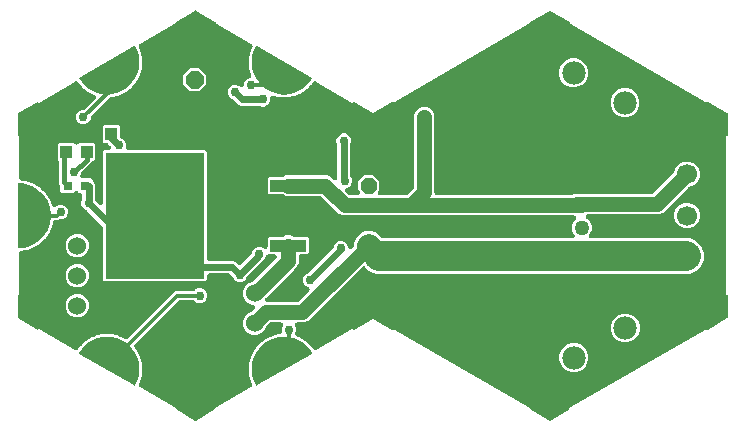
<source format=gbr>
G04 EAGLE Gerber RS-274X export*
G75*
%MOMM*%
%FSLAX34Y34*%
%LPD*%
%INTop Copper*%
%IPPOS*%
%AMOC8*
5,1,8,0,0,1.08239X$1,22.5*%
G01*
%ADD10R,0.800000X0.800000*%
%ADD11C,1.000000*%
%ADD12P,1.649562X8X22.500000*%
%ADD13R,1.000000X1.100000*%
%ADD14C,1.524000*%
%ADD15C,1.700000*%
%ADD16R,3.050000X1.016000*%
%ADD17R,8.380000X10.660000*%
%ADD18C,1.981200*%
%ADD19P,1.429621X8X112.500000*%
%ADD20C,1.320800*%
%ADD21R,1.258000X1.258000*%
%ADD22C,1.258000*%
%ADD23C,0.756400*%
%ADD24C,0.609600*%
%ADD25C,0.304800*%
%ADD26C,0.406400*%
%ADD27C,1.270000*%
%ADD28C,1.016000*%
%ADD29C,2.032000*%
%ADD30C,2.540000*%

G36*
X449241Y29511D02*
X449241Y29511D01*
X449318Y29510D01*
X449342Y29519D01*
X449363Y29520D01*
X449402Y29541D01*
X449474Y29567D01*
X465974Y39067D01*
X465996Y39086D01*
X466022Y39099D01*
X466056Y39137D01*
X466059Y39139D01*
X466062Y39143D01*
X466070Y39152D01*
X466123Y39199D01*
X466136Y39225D01*
X466155Y39247D01*
X466178Y39314D01*
X466209Y39378D01*
X466211Y39407D01*
X466220Y39434D01*
X466215Y39506D01*
X466218Y39577D01*
X466208Y39604D01*
X466206Y39633D01*
X466164Y39723D01*
X466149Y39763D01*
X466142Y39771D01*
X466136Y39784D01*
X465716Y40392D01*
X581977Y107514D01*
X582274Y106887D01*
X582291Y106864D01*
X582301Y106837D01*
X582350Y106785D01*
X582393Y106727D01*
X582418Y106713D01*
X582437Y106692D01*
X582503Y106663D01*
X582565Y106627D01*
X582593Y106624D01*
X582619Y106612D01*
X582691Y106611D01*
X582762Y106602D01*
X582789Y106610D01*
X582818Y106610D01*
X582913Y106645D01*
X582953Y106656D01*
X582962Y106663D01*
X582974Y106667D01*
X599474Y116167D01*
X599533Y116219D01*
X599595Y116265D01*
X599606Y116284D01*
X599623Y116299D01*
X599657Y116369D01*
X599697Y116436D01*
X599701Y116461D01*
X599709Y116478D01*
X599711Y116523D01*
X599724Y116600D01*
X599724Y135600D01*
X599719Y135628D01*
X599721Y135656D01*
X599699Y135724D01*
X599685Y135795D01*
X599669Y135818D01*
X599660Y135845D01*
X599613Y135900D01*
X599572Y135959D01*
X599548Y135974D01*
X599530Y135996D01*
X599465Y136027D01*
X599405Y136066D01*
X599377Y136071D01*
X599351Y136083D01*
X599250Y136092D01*
X599208Y136099D01*
X599198Y136097D01*
X599185Y136098D01*
X598470Y136041D01*
X598470Y270359D01*
X599185Y270302D01*
X599214Y270306D01*
X599242Y270301D01*
X599311Y270318D01*
X599383Y270326D01*
X599407Y270341D01*
X599435Y270347D01*
X599493Y270390D01*
X599555Y270426D01*
X599572Y270448D01*
X599595Y270465D01*
X599632Y270527D01*
X599675Y270584D01*
X599682Y270612D01*
X599697Y270636D01*
X599713Y270736D01*
X599724Y270777D01*
X599722Y270787D01*
X599724Y270800D01*
X599724Y289800D01*
X599709Y289876D01*
X599700Y289954D01*
X599689Y289973D01*
X599685Y289995D01*
X599641Y290059D01*
X599602Y290127D01*
X599583Y290143D01*
X599572Y290159D01*
X599534Y290183D01*
X599474Y290233D01*
X582974Y299733D01*
X582947Y299742D01*
X582923Y299758D01*
X582853Y299773D01*
X582785Y299796D01*
X582757Y299793D01*
X582729Y299799D01*
X582659Y299786D01*
X582587Y299780D01*
X582562Y299767D01*
X582534Y299761D01*
X582474Y299721D01*
X582411Y299688D01*
X582393Y299666D01*
X582369Y299650D01*
X582311Y299567D01*
X582284Y299535D01*
X582281Y299524D01*
X582274Y299514D01*
X581977Y298886D01*
X465716Y366008D01*
X466136Y366616D01*
X466147Y366643D01*
X466166Y366665D01*
X466186Y366734D01*
X466214Y366799D01*
X466214Y366828D01*
X466222Y366856D01*
X466214Y366927D01*
X466215Y366998D01*
X466203Y367025D01*
X466200Y367054D01*
X466165Y367116D01*
X466137Y367181D01*
X466117Y367202D01*
X466102Y367227D01*
X466025Y367290D01*
X465995Y367320D01*
X465985Y367324D01*
X465974Y367333D01*
X449474Y376833D01*
X449401Y376857D01*
X449331Y376888D01*
X449307Y376888D01*
X449285Y376896D01*
X449209Y376890D01*
X449132Y376891D01*
X449108Y376881D01*
X449087Y376880D01*
X449048Y376859D01*
X448976Y376833D01*
X432476Y367333D01*
X432454Y367314D01*
X432428Y367301D01*
X432380Y367248D01*
X432327Y367201D01*
X432314Y367175D01*
X432295Y367154D01*
X432272Y367086D01*
X432241Y367022D01*
X432240Y366993D01*
X432230Y366966D01*
X432235Y366894D01*
X432232Y366823D01*
X432242Y366796D01*
X432244Y366767D01*
X432286Y366677D01*
X432301Y366637D01*
X432308Y366629D01*
X432314Y366616D01*
X432734Y366008D01*
X316472Y298886D01*
X316177Y299513D01*
X316159Y299536D01*
X316149Y299563D01*
X316100Y299615D01*
X316058Y299672D01*
X316033Y299687D01*
X316013Y299708D01*
X315948Y299737D01*
X315886Y299772D01*
X315857Y299776D01*
X315831Y299788D01*
X315760Y299789D01*
X315689Y299798D01*
X315661Y299790D01*
X315632Y299791D01*
X315539Y299756D01*
X315498Y299744D01*
X315489Y299737D01*
X315476Y299733D01*
X299225Y290376D01*
X282974Y299733D01*
X282947Y299742D01*
X282923Y299759D01*
X282853Y299773D01*
X282785Y299796D01*
X282756Y299793D01*
X282728Y299799D01*
X282658Y299785D01*
X282587Y299780D01*
X282561Y299766D01*
X282533Y299761D01*
X282474Y299721D01*
X282411Y299688D01*
X282392Y299666D01*
X282368Y299649D01*
X282311Y299567D01*
X282284Y299535D01*
X282281Y299524D01*
X282273Y299513D01*
X281978Y298886D01*
X251247Y316628D01*
X251115Y316687D01*
X250986Y316754D01*
X250932Y316770D01*
X250880Y316794D01*
X250739Y316826D01*
X250600Y316866D01*
X250543Y316871D01*
X250488Y316884D01*
X250343Y316888D01*
X250198Y316900D01*
X250142Y316893D01*
X250085Y316895D01*
X249942Y316870D01*
X249798Y316853D01*
X249744Y316836D01*
X249689Y316826D01*
X249553Y316774D01*
X249416Y316729D01*
X249366Y316701D01*
X249313Y316681D01*
X249191Y316603D01*
X249065Y316531D01*
X249022Y316494D01*
X248974Y316464D01*
X248869Y316363D01*
X248760Y316269D01*
X248722Y316222D01*
X248701Y316202D01*
X248697Y316197D01*
X248684Y316184D01*
X248636Y316116D01*
X248551Y316010D01*
X248546Y316002D01*
X248510Y315936D01*
X248466Y315875D01*
X248459Y315860D01*
X248455Y315853D01*
X248422Y315777D01*
X248414Y315760D01*
X248354Y315648D01*
X248332Y315577D01*
X248301Y315508D01*
X248272Y315384D01*
X248240Y315280D01*
X247640Y314633D01*
X247600Y314580D01*
X247451Y314396D01*
X246952Y313662D01*
X246903Y313644D01*
X246797Y313577D01*
X246686Y313519D01*
X246627Y313471D01*
X246562Y313430D01*
X246441Y313320D01*
X246374Y313265D01*
X246351Y313237D01*
X246317Y313206D01*
X245728Y312570D01*
X245681Y312509D01*
X245628Y312454D01*
X245560Y312349D01*
X245484Y312249D01*
X245451Y312180D01*
X245410Y312116D01*
X245364Y312000D01*
X245315Y311899D01*
X244627Y311350D01*
X244578Y311302D01*
X244404Y311143D01*
X243801Y310492D01*
X243750Y310481D01*
X243635Y310431D01*
X243517Y310390D01*
X243451Y310351D01*
X243381Y310320D01*
X243245Y310229D01*
X243170Y310185D01*
X243143Y310161D01*
X243105Y310135D01*
X242428Y309595D01*
X242373Y309541D01*
X242312Y309495D01*
X242229Y309401D01*
X242139Y309314D01*
X242096Y309251D01*
X242046Y309193D01*
X241983Y309084D01*
X241920Y308993D01*
X241157Y308552D01*
X241103Y308513D01*
X240906Y308381D01*
X240213Y307827D01*
X240160Y307824D01*
X240039Y307792D01*
X239916Y307768D01*
X239845Y307740D01*
X239772Y307720D01*
X239624Y307650D01*
X239543Y307617D01*
X239513Y307598D01*
X239472Y307578D01*
X238721Y307144D01*
X238668Y307107D01*
X238630Y307086D01*
X238624Y307081D01*
X238592Y307063D01*
X238496Y306982D01*
X238394Y306909D01*
X238342Y306853D01*
X238283Y306804D01*
X238205Y306706D01*
X238129Y306625D01*
X237309Y306302D01*
X237249Y306272D01*
X237036Y306170D01*
X236267Y305727D01*
X236215Y305731D01*
X236091Y305717D01*
X235966Y305713D01*
X235891Y305695D01*
X235815Y305686D01*
X235659Y305639D01*
X235574Y305619D01*
X235542Y305604D01*
X235497Y305591D01*
X234691Y305274D01*
X234623Y305239D01*
X234551Y305213D01*
X234444Y305147D01*
X234332Y305090D01*
X234288Y305055D01*
X234282Y305050D01*
X234272Y305042D01*
X234207Y305002D01*
X234115Y304917D01*
X234028Y304848D01*
X233169Y304652D01*
X233105Y304630D01*
X232879Y304562D01*
X232053Y304238D01*
X232002Y304250D01*
X231877Y304255D01*
X231753Y304269D01*
X231676Y304262D01*
X231600Y304265D01*
X231439Y304242D01*
X231351Y304234D01*
X231317Y304224D01*
X231272Y304218D01*
X230426Y304025D01*
X230354Y304000D01*
X230279Y303985D01*
X230164Y303936D01*
X230045Y303897D01*
X229978Y303858D01*
X229908Y303828D01*
X229805Y303758D01*
X229708Y303702D01*
X228829Y303636D01*
X228763Y303625D01*
X228529Y303591D01*
X227664Y303393D01*
X227615Y303413D01*
X227492Y303436D01*
X227372Y303469D01*
X227295Y303474D01*
X227220Y303488D01*
X227057Y303489D01*
X226970Y303495D01*
X226934Y303490D01*
X226888Y303490D01*
X226024Y303425D01*
X225948Y303412D01*
X225872Y303408D01*
X225751Y303377D01*
X225627Y303355D01*
X225556Y303327D01*
X225482Y303308D01*
X225369Y303254D01*
X225265Y303214D01*
X224386Y303279D01*
X224319Y303277D01*
X224083Y303279D01*
X223198Y303212D01*
X223153Y303239D01*
X223035Y303281D01*
X222920Y303331D01*
X222845Y303347D01*
X222773Y303372D01*
X222612Y303398D01*
X222527Y303416D01*
X222491Y303417D01*
X222445Y303424D01*
X221581Y303488D01*
X221504Y303487D01*
X221428Y303494D01*
X221303Y303482D01*
X221178Y303478D01*
X221104Y303462D01*
X221028Y303454D01*
X220908Y303417D01*
X220799Y303392D01*
X219940Y303588D01*
X219873Y303596D01*
X219640Y303633D01*
X218755Y303699D01*
X218714Y303732D01*
X218604Y303791D01*
X218498Y303858D01*
X218426Y303885D01*
X218359Y303921D01*
X218203Y303970D01*
X218121Y304001D01*
X218086Y304007D01*
X218042Y304021D01*
X217197Y304213D01*
X217121Y304223D01*
X217047Y304242D01*
X216922Y304248D01*
X216798Y304263D01*
X216721Y304258D01*
X216645Y304262D01*
X216521Y304243D01*
X216410Y304235D01*
X215589Y304556D01*
X215524Y304575D01*
X215299Y304646D01*
X214926Y304731D01*
X214883Y304736D01*
X214841Y304748D01*
X214683Y304761D01*
X214527Y304781D01*
X214483Y304778D01*
X214439Y304781D01*
X214283Y304763D01*
X214125Y304751D01*
X214083Y304739D01*
X214040Y304734D01*
X213889Y304685D01*
X213738Y304643D01*
X213699Y304623D01*
X213657Y304610D01*
X213519Y304532D01*
X213379Y304460D01*
X213344Y304433D01*
X213306Y304412D01*
X213187Y304308D01*
X213063Y304211D01*
X213035Y304177D01*
X213001Y304148D01*
X212905Y304024D01*
X212803Y303903D01*
X212782Y303865D01*
X212755Y303830D01*
X212685Y303689D01*
X212608Y303551D01*
X212595Y303509D01*
X212575Y303470D01*
X212534Y303317D01*
X212487Y303167D01*
X212482Y303123D01*
X212471Y303081D01*
X212449Y302816D01*
X212444Y302767D01*
X212444Y302759D01*
X212444Y302750D01*
X212444Y300418D01*
X211520Y298187D01*
X209813Y296480D01*
X207582Y295556D01*
X205168Y295556D01*
X203769Y296136D01*
X203739Y296145D01*
X203711Y296159D01*
X203547Y296203D01*
X203384Y296252D01*
X203353Y296255D01*
X203323Y296263D01*
X202992Y296290D01*
X187851Y296290D01*
X185891Y297102D01*
X181183Y301811D01*
X181158Y301830D01*
X181138Y301854D01*
X181003Y301958D01*
X180871Y302066D01*
X180843Y302080D01*
X180819Y302099D01*
X180524Y302251D01*
X179125Y302830D01*
X177418Y304537D01*
X176494Y306768D01*
X176494Y309182D01*
X177418Y311413D01*
X179125Y313120D01*
X181355Y314044D01*
X183770Y314044D01*
X186000Y313120D01*
X186520Y312600D01*
X186527Y312594D01*
X186533Y312587D01*
X186682Y312467D01*
X186831Y312345D01*
X186839Y312341D01*
X186846Y312335D01*
X187015Y312247D01*
X187187Y312156D01*
X187196Y312154D01*
X187204Y312150D01*
X187387Y312097D01*
X187573Y312042D01*
X187582Y312041D01*
X187591Y312038D01*
X187781Y312023D01*
X187974Y312005D01*
X187983Y312006D01*
X187992Y312005D01*
X188182Y312028D01*
X188374Y312049D01*
X188383Y312051D01*
X188392Y312052D01*
X188575Y312112D01*
X188758Y312170D01*
X188766Y312174D01*
X188774Y312177D01*
X188943Y312272D01*
X189110Y312365D01*
X189117Y312371D01*
X189125Y312375D01*
X189271Y312501D01*
X189417Y312625D01*
X189423Y312632D01*
X189430Y312638D01*
X189548Y312790D01*
X189667Y312941D01*
X189671Y312949D01*
X189677Y312956D01*
X189763Y313130D01*
X189849Y313300D01*
X189852Y313309D01*
X189856Y313317D01*
X189906Y313505D01*
X189957Y313688D01*
X189958Y313697D01*
X189960Y313706D01*
X189988Y314036D01*
X189988Y314738D01*
X190911Y316969D01*
X192619Y318676D01*
X195015Y319669D01*
X195037Y319673D01*
X195159Y319720D01*
X195285Y319758D01*
X195347Y319792D01*
X195413Y319817D01*
X195524Y319887D01*
X195639Y319950D01*
X195693Y319995D01*
X195753Y320033D01*
X195847Y320124D01*
X195948Y320208D01*
X195992Y320263D01*
X196043Y320312D01*
X196118Y320419D01*
X196200Y320521D01*
X196233Y320584D01*
X196273Y320642D01*
X196325Y320762D01*
X196386Y320879D01*
X196405Y320947D01*
X196433Y321012D01*
X196461Y321140D01*
X196497Y321266D01*
X196503Y321336D01*
X196518Y321405D01*
X196519Y321536D01*
X196530Y321667D01*
X196522Y321737D01*
X196523Y321808D01*
X196498Y321937D01*
X196483Y322067D01*
X196461Y322134D01*
X196448Y322203D01*
X196385Y322367D01*
X196358Y322449D01*
X196350Y322465D01*
X196347Y322473D01*
X196339Y322487D01*
X196329Y322513D01*
X196028Y323137D01*
X196037Y323188D01*
X196032Y323314D01*
X196037Y323439D01*
X196025Y323514D01*
X196022Y323591D01*
X195987Y323750D01*
X195973Y323836D01*
X195960Y323870D01*
X195950Y323915D01*
X195694Y324743D01*
X195665Y324814D01*
X195644Y324887D01*
X195587Y324999D01*
X195538Y325114D01*
X195495Y325177D01*
X195460Y325246D01*
X195382Y325343D01*
X195319Y325436D01*
X195188Y326307D01*
X195171Y326372D01*
X195120Y326603D01*
X194858Y327451D01*
X194874Y327501D01*
X194888Y327625D01*
X194912Y327748D01*
X194911Y327824D01*
X194920Y327901D01*
X194909Y328063D01*
X194908Y328150D01*
X194900Y328186D01*
X194897Y328232D01*
X194768Y329089D01*
X194749Y329163D01*
X194739Y329239D01*
X194699Y329357D01*
X194668Y329479D01*
X194635Y329548D01*
X194611Y329620D01*
X194548Y329729D01*
X194500Y329829D01*
X194500Y330711D01*
X194493Y330777D01*
X194477Y331013D01*
X194344Y331891D01*
X194367Y331937D01*
X194400Y332058D01*
X194441Y332177D01*
X194452Y332252D01*
X194472Y332326D01*
X194485Y332489D01*
X194497Y332575D01*
X194495Y332611D01*
X194499Y332657D01*
X194499Y333524D01*
X194491Y333600D01*
X194493Y333677D01*
X194471Y333800D01*
X194459Y333924D01*
X194436Y333998D01*
X194423Y334073D01*
X194377Y334190D01*
X194344Y334296D01*
X194475Y335168D01*
X194479Y335235D01*
X194498Y335470D01*
X194498Y336358D01*
X194528Y336400D01*
X194578Y336515D01*
X194637Y336626D01*
X194658Y336699D01*
X194689Y336769D01*
X194726Y336928D01*
X194751Y337012D01*
X194754Y337048D01*
X194765Y337092D01*
X194894Y337950D01*
X194898Y338026D01*
X194911Y338101D01*
X194908Y338227D01*
X194914Y338352D01*
X194903Y338427D01*
X194901Y338504D01*
X194873Y338626D01*
X194856Y338736D01*
X195116Y339578D01*
X195129Y339644D01*
X195183Y339874D01*
X195315Y340752D01*
X195351Y340790D01*
X195418Y340896D01*
X195493Y340997D01*
X195525Y341066D01*
X195566Y341131D01*
X195626Y341282D01*
X195663Y341361D01*
X195672Y341396D01*
X195689Y341439D01*
X195944Y342267D01*
X195959Y342342D01*
X195984Y342415D01*
X195999Y342539D01*
X196024Y342662D01*
X196024Y342738D01*
X196034Y342814D01*
X196024Y342939D01*
X196025Y343051D01*
X196407Y343845D01*
X196430Y343908D01*
X196517Y344127D01*
X196779Y344975D01*
X196821Y345008D01*
X196902Y345102D01*
X196990Y345191D01*
X197033Y345255D01*
X197083Y345313D01*
X197165Y345453D01*
X197214Y345526D01*
X197228Y345559D01*
X197251Y345600D01*
X197264Y345626D01*
X197312Y345760D01*
X197369Y345891D01*
X197381Y345949D01*
X197401Y346004D01*
X197423Y346145D01*
X197452Y346285D01*
X197453Y346344D01*
X197462Y346402D01*
X197455Y346545D01*
X197456Y346687D01*
X197445Y346746D01*
X197442Y346805D01*
X197407Y346943D01*
X197380Y347083D01*
X197358Y347138D01*
X197344Y347195D01*
X197282Y347324D01*
X197228Y347456D01*
X197196Y347505D01*
X197170Y347558D01*
X197084Y347672D01*
X197006Y347791D01*
X196964Y347833D01*
X196928Y347880D01*
X196822Y347975D01*
X196721Y348076D01*
X196666Y348115D01*
X196628Y348148D01*
X196557Y348190D01*
X196448Y348265D01*
X165716Y366008D01*
X166136Y366616D01*
X166147Y366643D01*
X166166Y366665D01*
X166186Y366734D01*
X166214Y366799D01*
X166214Y366828D01*
X166222Y366856D01*
X166214Y366927D01*
X166215Y366998D01*
X166203Y367025D01*
X166200Y367054D01*
X166165Y367116D01*
X166137Y367181D01*
X166117Y367202D01*
X166102Y367227D01*
X166025Y367290D01*
X165995Y367320D01*
X165985Y367324D01*
X165974Y367333D01*
X149474Y376833D01*
X149401Y376857D01*
X149331Y376888D01*
X149307Y376888D01*
X149285Y376896D01*
X149209Y376890D01*
X149132Y376891D01*
X149108Y376881D01*
X149087Y376880D01*
X149048Y376859D01*
X148976Y376833D01*
X132476Y367333D01*
X132454Y367314D01*
X132428Y367301D01*
X132380Y367248D01*
X132327Y367201D01*
X132314Y367175D01*
X132295Y367154D01*
X132272Y367086D01*
X132241Y367022D01*
X132240Y366993D01*
X132230Y366966D01*
X132235Y366894D01*
X132232Y366823D01*
X132242Y366796D01*
X132244Y366767D01*
X132286Y366677D01*
X132301Y366637D01*
X132308Y366629D01*
X132314Y366616D01*
X132734Y366008D01*
X102002Y348265D01*
X101886Y348182D01*
X101765Y348105D01*
X101723Y348064D01*
X101674Y348030D01*
X101577Y347926D01*
X101474Y347827D01*
X101441Y347779D01*
X101400Y347735D01*
X101326Y347614D01*
X101244Y347497D01*
X101221Y347443D01*
X101189Y347392D01*
X101140Y347258D01*
X101083Y347128D01*
X101071Y347070D01*
X101051Y347014D01*
X101029Y346874D01*
X100999Y346734D01*
X100998Y346675D01*
X100989Y346616D01*
X100995Y346474D01*
X100993Y346332D01*
X101004Y346273D01*
X101007Y346214D01*
X101041Y346076D01*
X101067Y345936D01*
X101092Y345873D01*
X101104Y345823D01*
X101139Y345749D01*
X101186Y345626D01*
X101199Y345600D01*
X101239Y345534D01*
X101271Y345463D01*
X101344Y345362D01*
X101408Y345256D01*
X101461Y345199D01*
X101506Y345136D01*
X101597Y345052D01*
X101673Y344969D01*
X101933Y344127D01*
X101959Y344066D01*
X102043Y343845D01*
X102428Y343045D01*
X102420Y342994D01*
X102424Y342868D01*
X102419Y342743D01*
X102431Y342668D01*
X102434Y342591D01*
X102469Y342432D01*
X102483Y342346D01*
X102496Y342312D01*
X102506Y342267D01*
X102761Y341439D01*
X102791Y341368D01*
X102811Y341294D01*
X102868Y341183D01*
X102917Y341068D01*
X102960Y341004D01*
X102995Y340936D01*
X103073Y340838D01*
X103136Y340746D01*
X103267Y339874D01*
X103283Y339810D01*
X103334Y339578D01*
X103595Y338730D01*
X103579Y338681D01*
X103565Y338556D01*
X103542Y338433D01*
X103542Y338357D01*
X103534Y338281D01*
X103545Y338118D01*
X103546Y338031D01*
X103553Y337996D01*
X103556Y337950D01*
X103685Y337092D01*
X103704Y337018D01*
X103713Y336942D01*
X103753Y336824D01*
X103784Y336702D01*
X103817Y336633D01*
X103842Y336561D01*
X103904Y336452D01*
X103952Y336352D01*
X103952Y335470D01*
X103959Y335403D01*
X103975Y335168D01*
X104107Y334290D01*
X104083Y334243D01*
X104051Y334123D01*
X104009Y334004D01*
X103998Y333928D01*
X103979Y333855D01*
X103965Y333692D01*
X103953Y333606D01*
X103955Y333570D01*
X103951Y333524D01*
X103951Y332657D01*
X103959Y332581D01*
X103957Y332504D01*
X103978Y332381D01*
X103991Y332256D01*
X104013Y332183D01*
X104027Y332108D01*
X104072Y331991D01*
X104105Y331885D01*
X103973Y331013D01*
X103970Y330946D01*
X103950Y330711D01*
X103950Y329823D01*
X103920Y329780D01*
X103870Y329666D01*
X103811Y329555D01*
X103789Y329482D01*
X103759Y329412D01*
X103721Y329253D01*
X103696Y329169D01*
X103693Y329133D01*
X103682Y329089D01*
X103553Y328232D01*
X103549Y328155D01*
X103536Y328080D01*
X103539Y327954D01*
X103533Y327829D01*
X103544Y327754D01*
X103546Y327677D01*
X103573Y327555D01*
X103590Y327445D01*
X103330Y326603D01*
X103317Y326537D01*
X103262Y326307D01*
X103130Y325430D01*
X103094Y325392D01*
X103027Y325286D01*
X102952Y325185D01*
X102920Y325116D01*
X102879Y325051D01*
X102818Y324900D01*
X102781Y324821D01*
X102773Y324786D01*
X102756Y324743D01*
X102500Y323915D01*
X102485Y323840D01*
X102460Y323767D01*
X102445Y323643D01*
X102420Y323520D01*
X102420Y323444D01*
X102410Y323368D01*
X102419Y323243D01*
X102419Y323131D01*
X102036Y322338D01*
X102013Y322274D01*
X101925Y322055D01*
X101664Y321207D01*
X101622Y321175D01*
X101541Y321080D01*
X101452Y320992D01*
X101409Y320928D01*
X101359Y320870D01*
X101277Y320730D01*
X101228Y320657D01*
X101215Y320624D01*
X101191Y320584D01*
X100815Y319803D01*
X100789Y319732D01*
X100754Y319663D01*
X100720Y319543D01*
X100677Y319425D01*
X100666Y319349D01*
X100645Y319276D01*
X100635Y319151D01*
X100618Y319041D01*
X100122Y318313D01*
X100089Y318253D01*
X99970Y318050D01*
X99586Y317254D01*
X99565Y317242D01*
X99555Y317234D01*
X99539Y317225D01*
X99444Y317143D01*
X99343Y317069D01*
X99298Y317020D01*
X99256Y316984D01*
X99249Y316976D01*
X99234Y316963D01*
X99131Y316836D01*
X99072Y316771D01*
X99054Y316741D01*
X99025Y316705D01*
X98536Y315989D01*
X98500Y315921D01*
X98455Y315859D01*
X98404Y315746D01*
X98343Y315635D01*
X98321Y315562D01*
X98289Y315493D01*
X98261Y315370D01*
X98228Y315264D01*
X97629Y314618D01*
X97588Y314565D01*
X97439Y314381D01*
X96939Y313648D01*
X96890Y313629D01*
X96784Y313563D01*
X96673Y313505D01*
X96614Y313456D01*
X96549Y313416D01*
X96429Y313305D01*
X96361Y313250D01*
X96338Y313223D01*
X96304Y313192D01*
X95714Y312556D01*
X95668Y312495D01*
X95615Y312441D01*
X95547Y312336D01*
X95471Y312236D01*
X95438Y312167D01*
X95396Y312103D01*
X95350Y311986D01*
X95302Y311886D01*
X94613Y311336D01*
X94565Y311290D01*
X94390Y311130D01*
X93786Y310480D01*
X93735Y310469D01*
X93620Y310419D01*
X93502Y310378D01*
X93436Y310339D01*
X93366Y310308D01*
X93231Y310217D01*
X93155Y310173D01*
X93129Y310149D01*
X93090Y310123D01*
X92413Y309583D01*
X92358Y309530D01*
X92297Y309483D01*
X92214Y309390D01*
X92124Y309302D01*
X92081Y309239D01*
X92030Y309182D01*
X91968Y309073D01*
X91904Y308981D01*
X91141Y308541D01*
X91087Y308502D01*
X90890Y308370D01*
X90196Y307817D01*
X90144Y307814D01*
X90023Y307781D01*
X89900Y307758D01*
X89829Y307730D01*
X89755Y307710D01*
X89608Y307640D01*
X89527Y307608D01*
X89497Y307588D01*
X89455Y307568D01*
X88704Y307135D01*
X88655Y307099D01*
X88630Y307086D01*
X88622Y307079D01*
X88575Y307054D01*
X88479Y306973D01*
X88377Y306900D01*
X88325Y306844D01*
X88267Y306795D01*
X88188Y306697D01*
X88112Y306616D01*
X87292Y306294D01*
X87232Y306263D01*
X87018Y306162D01*
X86250Y305719D01*
X86198Y305723D01*
X86073Y305710D01*
X85948Y305705D01*
X85874Y305687D01*
X85798Y305679D01*
X85641Y305632D01*
X85556Y305612D01*
X85524Y305597D01*
X85480Y305583D01*
X84673Y305267D01*
X84641Y305251D01*
X84627Y305246D01*
X84592Y305228D01*
X84533Y305206D01*
X84426Y305141D01*
X84314Y305084D01*
X84289Y305063D01*
X84273Y305055D01*
X84240Y305027D01*
X84189Y304996D01*
X84097Y304911D01*
X84010Y304842D01*
X83151Y304646D01*
X83087Y304624D01*
X82861Y304556D01*
X82035Y304232D01*
X81984Y304245D01*
X81859Y304250D01*
X81734Y304264D01*
X81658Y304257D01*
X81581Y304260D01*
X81420Y304237D01*
X81333Y304230D01*
X81299Y304220D01*
X81253Y304213D01*
X80408Y304021D01*
X80335Y303996D01*
X80260Y303981D01*
X80145Y303932D01*
X80026Y303893D01*
X79960Y303855D01*
X79889Y303825D01*
X79785Y303754D01*
X79689Y303699D01*
X78810Y303633D01*
X78744Y303622D01*
X78510Y303588D01*
X77275Y303307D01*
X77262Y303308D01*
X77254Y303307D01*
X77246Y303307D01*
X77057Y303282D01*
X76863Y303257D01*
X76855Y303255D01*
X76847Y303254D01*
X76666Y303191D01*
X76481Y303129D01*
X76474Y303125D01*
X76467Y303122D01*
X76301Y303025D01*
X76132Y302928D01*
X76126Y302922D01*
X76119Y302919D01*
X76083Y302886D01*
X75879Y302713D01*
X60984Y287818D01*
X60967Y287798D01*
X60947Y287780D01*
X60840Y287642D01*
X60729Y287507D01*
X60717Y287483D01*
X60700Y287462D01*
X60622Y287305D01*
X60540Y287151D01*
X60533Y287126D01*
X60521Y287101D01*
X60475Y286932D01*
X60426Y286765D01*
X60423Y286739D01*
X60416Y286713D01*
X60389Y286382D01*
X60389Y285337D01*
X59465Y283106D01*
X57758Y281399D01*
X55528Y280475D01*
X53113Y280475D01*
X50883Y281399D01*
X49176Y283106D01*
X48252Y285337D01*
X48252Y287751D01*
X49176Y289981D01*
X50883Y291689D01*
X53113Y292612D01*
X54159Y292612D01*
X54185Y292615D01*
X54212Y292613D01*
X54386Y292635D01*
X54559Y292652D01*
X54585Y292660D01*
X54611Y292664D01*
X54777Y292719D01*
X54944Y292771D01*
X54968Y292783D01*
X54993Y292792D01*
X55144Y292879D01*
X55298Y292962D01*
X55319Y292979D01*
X55342Y292993D01*
X55595Y293207D01*
X64368Y301980D01*
X64388Y302005D01*
X64412Y302026D01*
X64516Y302161D01*
X64623Y302292D01*
X64638Y302320D01*
X64657Y302345D01*
X64732Y302497D01*
X64811Y302647D01*
X64821Y302678D01*
X64835Y302707D01*
X64878Y302871D01*
X64926Y303033D01*
X64929Y303065D01*
X64937Y303096D01*
X64947Y303265D01*
X64963Y303434D01*
X64959Y303466D01*
X64961Y303498D01*
X64938Y303665D01*
X64919Y303835D01*
X64910Y303865D01*
X64905Y303897D01*
X64849Y304056D01*
X64798Y304218D01*
X64782Y304247D01*
X64772Y304277D01*
X64685Y304422D01*
X64603Y304571D01*
X64582Y304595D01*
X64566Y304623D01*
X64452Y304748D01*
X64342Y304878D01*
X64317Y304898D01*
X64296Y304921D01*
X64159Y305022D01*
X64027Y305127D01*
X63998Y305142D01*
X63972Y305161D01*
X63674Y305307D01*
X62953Y305591D01*
X62879Y305611D01*
X62808Y305641D01*
X62686Y305666D01*
X62565Y305700D01*
X62489Y305706D01*
X62414Y305721D01*
X62288Y305721D01*
X62177Y305730D01*
X61414Y306170D01*
X61353Y306198D01*
X61141Y306302D01*
X60315Y306627D01*
X60286Y306670D01*
X60198Y306759D01*
X60116Y306854D01*
X60056Y306901D01*
X60002Y306955D01*
X59868Y307048D01*
X59799Y307102D01*
X59772Y307116D01*
X59760Y307125D01*
X59750Y307130D01*
X59729Y307144D01*
X58978Y307578D01*
X58909Y307609D01*
X58843Y307649D01*
X58726Y307692D01*
X58612Y307744D01*
X58537Y307761D01*
X58465Y307787D01*
X58341Y307806D01*
X58232Y307831D01*
X57544Y308381D01*
X57487Y308417D01*
X57293Y308552D01*
X56525Y308996D01*
X56503Y309043D01*
X56428Y309144D01*
X56362Y309250D01*
X56309Y309306D01*
X56264Y309367D01*
X56145Y309479D01*
X56085Y309543D01*
X56056Y309563D01*
X56022Y309595D01*
X55345Y310135D01*
X55281Y310177D01*
X55222Y310226D01*
X55112Y310286D01*
X55007Y310354D01*
X54936Y310382D01*
X54868Y310419D01*
X54749Y310456D01*
X54645Y310497D01*
X54046Y311143D01*
X53996Y311187D01*
X53823Y311350D01*
X53130Y311903D01*
X53115Y311953D01*
X53057Y312064D01*
X53007Y312179D01*
X52963Y312242D01*
X52927Y312309D01*
X52826Y312438D01*
X52777Y312509D01*
X52751Y312534D01*
X52722Y312570D01*
X52133Y313206D01*
X52076Y313256D01*
X52025Y313314D01*
X51925Y313389D01*
X51831Y313472D01*
X51765Y313511D01*
X51704Y313557D01*
X51592Y313611D01*
X51495Y313668D01*
X50999Y314396D01*
X50956Y314447D01*
X50810Y314633D01*
X50206Y315284D01*
X50200Y315333D01*
X50158Y315453D01*
X50126Y315575D01*
X50092Y315642D01*
X50068Y315714D01*
X49991Y315849D01*
X49960Y315915D01*
X49954Y315923D01*
X49947Y315936D01*
X49926Y315963D01*
X49904Y316002D01*
X49899Y316010D01*
X49806Y316121D01*
X49719Y316238D01*
X49704Y316251D01*
X49701Y316255D01*
X49676Y316277D01*
X49640Y316319D01*
X49528Y316410D01*
X49420Y316507D01*
X49371Y316536D01*
X49326Y316571D01*
X49198Y316638D01*
X49073Y316712D01*
X49019Y316730D01*
X48969Y316756D01*
X48830Y316796D01*
X48693Y316844D01*
X48636Y316852D01*
X48582Y316867D01*
X48437Y316879D01*
X48294Y316899D01*
X48237Y316895D01*
X48180Y316900D01*
X48036Y316883D01*
X47892Y316874D01*
X47837Y316859D01*
X47781Y316852D01*
X47643Y316807D01*
X47503Y316770D01*
X47444Y316742D01*
X47398Y316727D01*
X47326Y316686D01*
X47203Y316628D01*
X16474Y298887D01*
X16158Y299553D01*
X16140Y299577D01*
X16130Y299604D01*
X16081Y299656D01*
X16038Y299713D01*
X16013Y299727D01*
X15993Y299748D01*
X15928Y299777D01*
X15866Y299812D01*
X15838Y299816D01*
X15811Y299828D01*
X15740Y299828D01*
X15669Y299837D01*
X15641Y299829D01*
X15612Y299830D01*
X15519Y299795D01*
X15478Y299783D01*
X15469Y299776D01*
X15457Y299771D01*
X-1021Y290232D01*
X-1078Y290181D01*
X-1140Y290136D01*
X-1152Y290116D01*
X-1170Y290100D01*
X-1203Y290031D01*
X-1242Y289965D01*
X-1246Y289939D01*
X-1255Y289921D01*
X-1257Y289876D01*
X-1270Y289801D01*
X-1293Y270761D01*
X-1287Y270733D01*
X-1289Y270704D01*
X-1267Y270636D01*
X-1253Y270566D01*
X-1237Y270542D01*
X-1228Y270515D01*
X-1181Y270461D01*
X-1141Y270402D01*
X-1117Y270387D01*
X-1098Y270365D01*
X-1033Y270333D01*
X-973Y270295D01*
X-945Y270290D01*
X-919Y270277D01*
X-819Y270269D01*
X-777Y270262D01*
X-767Y270264D01*
X-753Y270263D01*
X-20Y270322D01*
X-20Y234823D01*
X-6Y234680D01*
X0Y234535D01*
X14Y234479D01*
X20Y234422D01*
X62Y234285D01*
X96Y234144D01*
X121Y234092D01*
X138Y234037D01*
X206Y233910D01*
X268Y233780D01*
X302Y233734D01*
X330Y233683D01*
X422Y233572D01*
X508Y233457D01*
X550Y233418D01*
X587Y233374D01*
X700Y233284D01*
X807Y233187D01*
X856Y233158D01*
X901Y233122D01*
X1029Y233055D01*
X1153Y232982D01*
X1207Y232963D01*
X1258Y232936D01*
X1397Y232896D01*
X1533Y232849D01*
X1598Y232838D01*
X1645Y232825D01*
X1728Y232818D01*
X1861Y232797D01*
X1878Y232796D01*
X1954Y232798D01*
X2029Y232790D01*
X2046Y232792D01*
X2047Y232792D01*
X2055Y232793D01*
X2154Y232803D01*
X2280Y232806D01*
X2354Y232823D01*
X2430Y232830D01*
X2550Y232867D01*
X2658Y232892D01*
X3517Y232696D01*
X3583Y232687D01*
X3817Y232650D01*
X4702Y232584D01*
X4743Y232551D01*
X4854Y232492D01*
X4959Y232426D01*
X5031Y232398D01*
X5099Y232363D01*
X5254Y232313D01*
X5336Y232282D01*
X5371Y232276D01*
X5415Y232263D01*
X6258Y232070D01*
X6334Y232061D01*
X6408Y232042D01*
X6533Y232036D01*
X6657Y232020D01*
X6733Y232025D01*
X6810Y232022D01*
X6934Y232040D01*
X7045Y232048D01*
X7865Y231726D01*
X7930Y231708D01*
X8155Y231637D01*
X9021Y231440D01*
X9056Y231401D01*
X9156Y231326D01*
X9251Y231244D01*
X9318Y231207D01*
X9379Y231161D01*
X9526Y231090D01*
X9602Y231047D01*
X9636Y231036D01*
X9677Y231015D01*
X10482Y230699D01*
X10556Y230679D01*
X10626Y230649D01*
X10749Y230624D01*
X10870Y230590D01*
X10946Y230584D01*
X11021Y230569D01*
X11146Y230569D01*
X11257Y230561D01*
X12021Y230120D01*
X12082Y230092D01*
X12294Y229988D01*
X13120Y229664D01*
X13149Y229621D01*
X13238Y229532D01*
X13319Y229437D01*
X13379Y229390D01*
X13433Y229336D01*
X13568Y229243D01*
X13636Y229189D01*
X13668Y229173D01*
X13706Y229147D01*
X14455Y228715D01*
X14525Y228683D01*
X14590Y228643D01*
X14708Y228600D01*
X14822Y228549D01*
X14896Y228532D01*
X14968Y228505D01*
X15092Y228487D01*
X15201Y228462D01*
X15890Y227912D01*
X15946Y227876D01*
X16141Y227741D01*
X16909Y227298D01*
X16931Y227250D01*
X17006Y227149D01*
X17072Y227043D01*
X17125Y226988D01*
X17170Y226926D01*
X17289Y226814D01*
X17349Y226751D01*
X17378Y226730D01*
X17412Y226699D01*
X18088Y226160D01*
X18152Y226118D01*
X18211Y226069D01*
X18320Y226009D01*
X18426Y225941D01*
X18497Y225913D01*
X18564Y225876D01*
X18684Y225839D01*
X18788Y225798D01*
X19387Y225153D01*
X19438Y225108D01*
X19609Y224946D01*
X20303Y224393D01*
X20318Y224343D01*
X20376Y224232D01*
X20426Y224117D01*
X20470Y224054D01*
X20506Y223987D01*
X20607Y223858D01*
X20657Y223787D01*
X20682Y223762D01*
X20711Y223726D01*
X21299Y223092D01*
X21356Y223041D01*
X21407Y222984D01*
X21507Y222908D01*
X21601Y222825D01*
X21667Y222787D01*
X21728Y222741D01*
X21841Y222686D01*
X21937Y222630D01*
X22434Y221902D01*
X22477Y221851D01*
X22623Y221665D01*
X23226Y221014D01*
X23234Y220963D01*
X23275Y220845D01*
X23307Y220723D01*
X23341Y220655D01*
X23366Y220583D01*
X23447Y220441D01*
X23485Y220362D01*
X23507Y220334D01*
X23530Y220294D01*
X24017Y219580D01*
X24066Y219521D01*
X24108Y219457D01*
X24195Y219367D01*
X24276Y219271D01*
X24336Y219223D01*
X24389Y219169D01*
X24492Y219098D01*
X24580Y219028D01*
X24962Y218235D01*
X24997Y218178D01*
X25114Y217972D01*
X25613Y217238D01*
X25613Y217186D01*
X25636Y217063D01*
X25650Y216938D01*
X25673Y216865D01*
X25687Y216790D01*
X25746Y216638D01*
X25772Y216555D01*
X25790Y216524D01*
X25806Y216481D01*
X26181Y215702D01*
X26221Y215636D01*
X26253Y215567D01*
X26326Y215465D01*
X26391Y215358D01*
X26443Y215302D01*
X26488Y215240D01*
X26580Y215154D01*
X26655Y215073D01*
X26915Y214231D01*
X26941Y214169D01*
X27026Y213948D01*
X27411Y213149D01*
X27403Y213097D01*
X27407Y212972D01*
X27402Y212847D01*
X27414Y212771D01*
X27417Y212695D01*
X27452Y212535D01*
X27466Y212449D01*
X27479Y212416D01*
X27489Y212371D01*
X27638Y211886D01*
X27680Y211786D01*
X27713Y211683D01*
X27758Y211601D01*
X27795Y211515D01*
X27856Y211425D01*
X27908Y211330D01*
X27968Y211259D01*
X28021Y211182D01*
X28098Y211106D01*
X28168Y211023D01*
X28242Y210965D01*
X28308Y210900D01*
X28399Y210841D01*
X28484Y210774D01*
X28568Y210731D01*
X28646Y210680D01*
X28747Y210640D01*
X28843Y210591D01*
X28933Y210566D01*
X29020Y210532D01*
X29127Y210512D01*
X29231Y210483D01*
X29324Y210476D01*
X29416Y210460D01*
X29525Y210462D01*
X29633Y210454D01*
X29725Y210466D01*
X29819Y210467D01*
X29925Y210491D01*
X30032Y210504D01*
X30121Y210534D01*
X30212Y210554D01*
X30311Y210598D01*
X30414Y210633D01*
X30495Y210679D01*
X30580Y210717D01*
X30669Y210779D01*
X30763Y210833D01*
X30848Y210906D01*
X30909Y210949D01*
X30951Y210993D01*
X31016Y211048D01*
X31487Y211520D01*
X33718Y212444D01*
X36132Y212444D01*
X38363Y211520D01*
X40070Y209813D01*
X40994Y207582D01*
X40994Y205168D01*
X40070Y202937D01*
X38363Y201230D01*
X36132Y200306D01*
X35087Y200306D01*
X35060Y200304D01*
X35034Y200306D01*
X34860Y200284D01*
X34686Y200266D01*
X34661Y200258D01*
X34634Y200255D01*
X34469Y200200D01*
X34301Y200148D01*
X34278Y200135D01*
X34252Y200127D01*
X34101Y200040D01*
X33947Y199956D01*
X33927Y199939D01*
X33904Y199926D01*
X33651Y199711D01*
X33329Y199389D01*
X30641Y199389D01*
X30525Y199378D01*
X30407Y199376D01*
X30325Y199358D01*
X30241Y199349D01*
X30129Y199315D01*
X30014Y199290D01*
X29937Y199256D01*
X29856Y199231D01*
X29753Y199175D01*
X29645Y199128D01*
X29576Y199080D01*
X29502Y199039D01*
X29412Y198965D01*
X29316Y198897D01*
X29257Y198836D01*
X29192Y198782D01*
X29119Y198691D01*
X29038Y198605D01*
X28993Y198534D01*
X28940Y198468D01*
X28886Y198364D01*
X28824Y198265D01*
X28787Y198172D01*
X28755Y198111D01*
X28736Y198046D01*
X28700Y197957D01*
X28317Y196715D01*
X28304Y196649D01*
X28250Y196419D01*
X28118Y195542D01*
X28082Y195504D01*
X28015Y195398D01*
X27940Y195298D01*
X27908Y195228D01*
X27867Y195164D01*
X27806Y195012D01*
X27769Y194933D01*
X27761Y194898D01*
X27744Y194856D01*
X27489Y194029D01*
X27474Y193954D01*
X27449Y193882D01*
X27434Y193757D01*
X27409Y193635D01*
X27409Y193558D01*
X27399Y193482D01*
X27408Y193357D01*
X27408Y193246D01*
X27026Y192452D01*
X27003Y192389D01*
X26915Y192169D01*
X26654Y191321D01*
X26612Y191289D01*
X26531Y191195D01*
X26442Y191106D01*
X26399Y191042D01*
X26349Y190985D01*
X26267Y190844D01*
X26218Y190771D01*
X26205Y190738D01*
X26181Y190698D01*
X25806Y189919D01*
X25780Y189847D01*
X25745Y189779D01*
X25711Y189659D01*
X25668Y189541D01*
X25657Y189465D01*
X25636Y189392D01*
X25627Y189267D01*
X25610Y189156D01*
X25114Y188428D01*
X25081Y188369D01*
X24962Y188165D01*
X24577Y187366D01*
X24531Y187341D01*
X24436Y187259D01*
X24335Y187185D01*
X24284Y187128D01*
X24226Y187078D01*
X24123Y186952D01*
X24065Y186887D01*
X24046Y186856D01*
X24017Y186820D01*
X23530Y186106D01*
X23493Y186039D01*
X23449Y185977D01*
X23397Y185862D01*
X23337Y185752D01*
X23315Y185679D01*
X23283Y185610D01*
X23255Y185487D01*
X23222Y185381D01*
X22623Y184735D01*
X22582Y184681D01*
X22434Y184498D01*
X21934Y183764D01*
X21885Y183746D01*
X21779Y183679D01*
X21668Y183621D01*
X21609Y183573D01*
X21544Y183532D01*
X21424Y183422D01*
X21356Y183367D01*
X21333Y183339D01*
X21299Y183308D01*
X20711Y182674D01*
X20665Y182613D01*
X20611Y182559D01*
X20543Y182453D01*
X20468Y182353D01*
X20434Y182285D01*
X20393Y182220D01*
X20347Y182104D01*
X20298Y182003D01*
X19609Y181454D01*
X19561Y181407D01*
X19387Y181247D01*
X18783Y180597D01*
X18732Y180586D01*
X18618Y180536D01*
X18499Y180495D01*
X18433Y180456D01*
X18363Y180425D01*
X18228Y180335D01*
X18153Y180290D01*
X18126Y180266D01*
X18088Y180240D01*
X17412Y179701D01*
X17357Y179648D01*
X17296Y179602D01*
X17213Y179508D01*
X17123Y179420D01*
X17080Y179357D01*
X17030Y179300D01*
X16967Y179191D01*
X16904Y179099D01*
X16141Y178659D01*
X16086Y178619D01*
X15890Y178488D01*
X15196Y177934D01*
X15144Y177931D01*
X15023Y177899D01*
X14900Y177876D01*
X14829Y177847D01*
X14755Y177827D01*
X14607Y177757D01*
X14527Y177725D01*
X14497Y177705D01*
X14455Y177685D01*
X13706Y177253D01*
X13644Y177208D01*
X13577Y177172D01*
X13481Y177091D01*
X13379Y177018D01*
X13327Y176962D01*
X13269Y176913D01*
X13190Y176815D01*
X13114Y176734D01*
X12294Y176412D01*
X12234Y176381D01*
X12021Y176280D01*
X11252Y175836D01*
X11200Y175841D01*
X11076Y175827D01*
X10950Y175822D01*
X10876Y175805D01*
X10800Y175796D01*
X10644Y175749D01*
X10559Y175729D01*
X10526Y175714D01*
X10482Y175701D01*
X9677Y175385D01*
X9609Y175350D01*
X9537Y175324D01*
X9431Y175258D01*
X9319Y175201D01*
X9259Y175153D01*
X9194Y175114D01*
X9102Y175029D01*
X9014Y174959D01*
X8155Y174763D01*
X8092Y174742D01*
X7865Y174674D01*
X7039Y174349D01*
X6989Y174362D01*
X6863Y174366D01*
X6739Y174381D01*
X6663Y174374D01*
X6586Y174377D01*
X6425Y174354D01*
X6338Y174346D01*
X6303Y174336D01*
X6258Y174330D01*
X5415Y174137D01*
X5342Y174113D01*
X5267Y174098D01*
X5152Y174049D01*
X5033Y174009D01*
X4967Y173971D01*
X4896Y173942D01*
X4793Y173871D01*
X4696Y173815D01*
X3817Y173750D01*
X3751Y173738D01*
X3517Y173704D01*
X2652Y173507D01*
X2605Y173526D01*
X2481Y173550D01*
X2360Y173583D01*
X2284Y173587D01*
X2210Y173602D01*
X2045Y173603D01*
X2020Y173605D01*
X1975Y173608D01*
X1971Y173608D01*
X1958Y173609D01*
X1923Y173604D01*
X1878Y173604D01*
X1861Y173603D01*
X1719Y173578D01*
X1576Y173561D01*
X1521Y173543D01*
X1464Y173533D01*
X1330Y173481D01*
X1193Y173436D01*
X1143Y173408D01*
X1089Y173387D01*
X968Y173309D01*
X842Y173239D01*
X798Y173201D01*
X750Y173170D01*
X647Y173070D01*
X537Y172975D01*
X502Y172930D01*
X461Y172890D01*
X379Y172771D01*
X291Y172657D01*
X265Y172606D01*
X232Y172558D01*
X175Y172426D01*
X111Y172297D01*
X96Y172241D01*
X74Y172188D01*
X44Y172047D01*
X7Y171908D01*
X1Y171842D01*
X-9Y171794D01*
X-9Y171711D01*
X-20Y171577D01*
X-20Y136078D01*
X-753Y136137D01*
X-782Y136134D01*
X-810Y136138D01*
X-880Y136122D01*
X-951Y136113D01*
X-976Y136099D01*
X-1004Y136092D01*
X-1061Y136050D01*
X-1123Y136014D01*
X-1141Y135991D01*
X-1164Y135974D01*
X-1200Y135913D01*
X-1243Y135856D01*
X-1250Y135828D01*
X-1265Y135803D01*
X-1282Y135704D01*
X-1292Y135663D01*
X-1290Y135652D01*
X-1293Y135639D01*
X-1270Y116599D01*
X-1254Y116524D01*
X-1246Y116448D01*
X-1235Y116427D01*
X-1230Y116405D01*
X-1186Y116341D01*
X-1149Y116274D01*
X-1129Y116258D01*
X-1117Y116241D01*
X-1080Y116217D01*
X-1021Y116168D01*
X15457Y106629D01*
X15484Y106619D01*
X15508Y106603D01*
X15577Y106588D01*
X15645Y106565D01*
X15674Y106567D01*
X15702Y106561D01*
X15772Y106575D01*
X15843Y106580D01*
X15869Y106594D01*
X15897Y106599D01*
X15957Y106639D01*
X16020Y106672D01*
X16038Y106694D01*
X16062Y106710D01*
X16120Y106792D01*
X16147Y106825D01*
X16150Y106835D01*
X16158Y106847D01*
X16474Y107513D01*
X47203Y89772D01*
X47333Y89714D01*
X47459Y89648D01*
X47516Y89631D01*
X47570Y89606D01*
X47709Y89575D01*
X47845Y89535D01*
X47904Y89530D01*
X47962Y89516D01*
X48105Y89512D01*
X48246Y89500D01*
X48305Y89507D01*
X48365Y89505D01*
X48505Y89530D01*
X48646Y89546D01*
X48703Y89564D01*
X48761Y89574D01*
X48894Y89625D01*
X49030Y89669D01*
X49082Y89698D01*
X49137Y89719D01*
X49257Y89796D01*
X49381Y89865D01*
X49426Y89904D01*
X49476Y89936D01*
X49579Y90035D01*
X49687Y90127D01*
X49727Y90177D01*
X49749Y90198D01*
X49753Y90203D01*
X49766Y90216D01*
X49813Y90283D01*
X49896Y90385D01*
X49901Y90393D01*
X49939Y90462D01*
X49984Y90525D01*
X49991Y90540D01*
X49995Y90547D01*
X50027Y90622D01*
X50035Y90638D01*
X50094Y90747D01*
X50117Y90821D01*
X50149Y90892D01*
X50177Y91013D01*
X50211Y91121D01*
X50810Y91767D01*
X50850Y91820D01*
X50999Y92004D01*
X51498Y92738D01*
X51547Y92756D01*
X51654Y92823D01*
X51764Y92881D01*
X51823Y92929D01*
X51888Y92970D01*
X52009Y93081D01*
X52076Y93135D01*
X52099Y93163D01*
X52133Y93194D01*
X52722Y93830D01*
X52769Y93891D01*
X52822Y93946D01*
X52890Y94051D01*
X52966Y94151D01*
X52999Y94220D01*
X53040Y94284D01*
X53086Y94400D01*
X53135Y94501D01*
X53823Y95050D01*
X53872Y95097D01*
X54046Y95257D01*
X54649Y95908D01*
X54700Y95919D01*
X54815Y95969D01*
X54933Y96010D01*
X54999Y96049D01*
X55069Y96079D01*
X55205Y96171D01*
X55280Y96215D01*
X55307Y96239D01*
X55345Y96265D01*
X56022Y96805D01*
X56077Y96859D01*
X56138Y96905D01*
X56221Y96999D01*
X56311Y97086D01*
X56354Y97150D01*
X56404Y97207D01*
X56467Y97315D01*
X56530Y97407D01*
X57293Y97848D01*
X57347Y97887D01*
X57544Y98019D01*
X58237Y98573D01*
X58290Y98576D01*
X58411Y98608D01*
X58534Y98632D01*
X58605Y98660D01*
X58678Y98680D01*
X58826Y98750D01*
X58907Y98783D01*
X58937Y98802D01*
X58978Y98822D01*
X59729Y99256D01*
X59791Y99300D01*
X59858Y99337D01*
X59954Y99418D01*
X60056Y99491D01*
X60108Y99547D01*
X60167Y99596D01*
X60245Y99694D01*
X60321Y99775D01*
X61141Y100098D01*
X61201Y100128D01*
X61414Y100230D01*
X62183Y100673D01*
X62235Y100669D01*
X62359Y100683D01*
X62484Y100687D01*
X62559Y100705D01*
X62635Y100714D01*
X62791Y100761D01*
X62876Y100781D01*
X62908Y100796D01*
X62953Y100809D01*
X63759Y101126D01*
X63827Y101161D01*
X63899Y101187D01*
X64006Y101253D01*
X64118Y101310D01*
X64178Y101358D01*
X64243Y101398D01*
X64335Y101483D01*
X64422Y101552D01*
X65281Y101748D01*
X65345Y101770D01*
X65571Y101838D01*
X66397Y102162D01*
X66448Y102150D01*
X66573Y102145D01*
X66697Y102131D01*
X66774Y102138D01*
X66850Y102135D01*
X67011Y102158D01*
X67099Y102166D01*
X67133Y102176D01*
X67178Y102182D01*
X68024Y102375D01*
X68096Y102400D01*
X68171Y102415D01*
X68287Y102464D01*
X68405Y102504D01*
X68472Y102542D01*
X68542Y102571D01*
X68646Y102642D01*
X68742Y102698D01*
X69621Y102764D01*
X69687Y102775D01*
X69921Y102809D01*
X70786Y103007D01*
X70835Y102987D01*
X70958Y102964D01*
X71078Y102931D01*
X71155Y102926D01*
X71230Y102912D01*
X71393Y102911D01*
X71480Y102905D01*
X71516Y102910D01*
X71562Y102910D01*
X72426Y102975D01*
X72502Y102988D01*
X72578Y102992D01*
X72699Y103023D01*
X72823Y103045D01*
X72894Y103073D01*
X72968Y103092D01*
X73081Y103146D01*
X73185Y103186D01*
X74064Y103121D01*
X74131Y103123D01*
X74367Y103121D01*
X75252Y103188D01*
X75297Y103161D01*
X75415Y103119D01*
X75530Y103069D01*
X75605Y103053D01*
X75677Y103028D01*
X75838Y103002D01*
X75923Y102984D01*
X75959Y102983D01*
X76005Y102976D01*
X76869Y102912D01*
X76946Y102913D01*
X77022Y102906D01*
X77147Y102918D01*
X77272Y102922D01*
X77346Y102938D01*
X77422Y102946D01*
X77542Y102983D01*
X77651Y103008D01*
X78510Y102812D01*
X78577Y102804D01*
X78810Y102767D01*
X79695Y102701D01*
X79736Y102668D01*
X79846Y102609D01*
X79952Y102542D01*
X80024Y102515D01*
X80091Y102479D01*
X80247Y102430D01*
X80329Y102399D01*
X80364Y102393D01*
X80408Y102379D01*
X81253Y102187D01*
X81329Y102177D01*
X81403Y102158D01*
X81528Y102152D01*
X81652Y102137D01*
X81729Y102142D01*
X81805Y102138D01*
X81929Y102157D01*
X82040Y102165D01*
X82861Y101844D01*
X82926Y101825D01*
X83151Y101754D01*
X84016Y101557D01*
X84051Y101518D01*
X84152Y101444D01*
X84247Y101362D01*
X84313Y101324D01*
X84375Y101279D01*
X84521Y101207D01*
X84597Y101164D01*
X84632Y101153D01*
X84673Y101133D01*
X85480Y100817D01*
X85554Y100796D01*
X85624Y100766D01*
X85747Y100741D01*
X85867Y100707D01*
X85944Y100702D01*
X86019Y100687D01*
X86144Y100686D01*
X86255Y100678D01*
X87018Y100238D01*
X87080Y100210D01*
X87292Y100106D01*
X88118Y99782D01*
X88147Y99739D01*
X88236Y99650D01*
X88317Y99555D01*
X88377Y99508D01*
X88431Y99454D01*
X88566Y99361D01*
X88635Y99307D01*
X88667Y99291D01*
X88704Y99265D01*
X89455Y98832D01*
X89525Y98800D01*
X89590Y98760D01*
X89708Y98718D01*
X89822Y98666D01*
X89897Y98649D01*
X89969Y98623D01*
X90093Y98604D01*
X90215Y98576D01*
X90291Y98574D01*
X90367Y98563D01*
X90530Y98568D01*
X90617Y98565D01*
X90653Y98571D01*
X90699Y98573D01*
X91019Y98609D01*
X91130Y98633D01*
X91243Y98647D01*
X91327Y98675D01*
X91412Y98694D01*
X91517Y98739D01*
X91625Y98776D01*
X91701Y98819D01*
X91782Y98854D01*
X91875Y98919D01*
X91974Y98976D01*
X92053Y99044D01*
X92112Y99085D01*
X92157Y99132D01*
X92227Y99191D01*
X129525Y136489D01*
X132352Y139316D01*
X147011Y139316D01*
X147038Y139319D01*
X147064Y139317D01*
X147238Y139339D01*
X147412Y139356D01*
X147437Y139364D01*
X147464Y139367D01*
X147630Y139423D01*
X147797Y139474D01*
X147820Y139487D01*
X147846Y139495D01*
X147997Y139583D01*
X148151Y139666D01*
X148171Y139683D01*
X148194Y139696D01*
X148447Y139911D01*
X149187Y140650D01*
X151417Y141574D01*
X153831Y141574D01*
X156062Y140650D01*
X157769Y138943D01*
X158693Y136712D01*
X158693Y134298D01*
X157769Y132068D01*
X156062Y130360D01*
X153831Y129437D01*
X151417Y129437D01*
X149187Y130360D01*
X148447Y131100D01*
X148427Y131117D01*
X148409Y131137D01*
X148271Y131244D01*
X148136Y131355D01*
X148112Y131367D01*
X148091Y131384D01*
X147934Y131462D01*
X147780Y131543D01*
X147755Y131551D01*
X147731Y131563D01*
X147561Y131608D01*
X147394Y131658D01*
X147368Y131660D01*
X147342Y131667D01*
X147011Y131695D01*
X136350Y131695D01*
X136324Y131692D01*
X136297Y131694D01*
X136123Y131672D01*
X135949Y131655D01*
X135924Y131647D01*
X135897Y131643D01*
X135732Y131588D01*
X135565Y131536D01*
X135541Y131524D01*
X135516Y131515D01*
X135364Y131428D01*
X135211Y131345D01*
X135190Y131328D01*
X135167Y131314D01*
X134914Y131100D01*
X98034Y94220D01*
X97919Y94080D01*
X97801Y93941D01*
X97792Y93924D01*
X97779Y93908D01*
X97694Y93749D01*
X97606Y93589D01*
X97600Y93570D01*
X97590Y93553D01*
X97539Y93379D01*
X97483Y93206D01*
X97481Y93186D01*
X97476Y93167D01*
X97459Y92986D01*
X97439Y92806D01*
X97441Y92786D01*
X97439Y92766D01*
X97459Y92584D01*
X97475Y92405D01*
X97480Y92385D01*
X97483Y92366D01*
X97538Y92192D01*
X97589Y92018D01*
X97598Y92001D01*
X97604Y91982D01*
X97692Y91823D01*
X97777Y91662D01*
X97790Y91645D01*
X97799Y91629D01*
X97849Y91570D01*
X97982Y91401D01*
X98232Y91132D01*
X98240Y91080D01*
X98281Y90961D01*
X98313Y90841D01*
X98347Y90772D01*
X98372Y90700D01*
X98453Y90558D01*
X98492Y90480D01*
X98514Y90451D01*
X98536Y90411D01*
X99025Y89695D01*
X99074Y89636D01*
X99116Y89572D01*
X99203Y89483D01*
X99284Y89387D01*
X99343Y89339D01*
X99397Y89284D01*
X99500Y89213D01*
X99587Y89144D01*
X99970Y88350D01*
X100005Y88293D01*
X100122Y88087D01*
X100622Y87354D01*
X100621Y87302D01*
X100645Y87179D01*
X100658Y87054D01*
X100682Y86982D01*
X100696Y86906D01*
X100754Y86754D01*
X100781Y86671D01*
X100799Y86640D01*
X100815Y86597D01*
X101191Y85816D01*
X101231Y85751D01*
X101263Y85681D01*
X101336Y85579D01*
X101401Y85472D01*
X101453Y85416D01*
X101498Y85354D01*
X101590Y85269D01*
X101666Y85187D01*
X101925Y84345D01*
X101952Y84283D01*
X102036Y84062D01*
X102422Y83263D01*
X102413Y83212D01*
X102418Y83086D01*
X102413Y82961D01*
X102425Y82886D01*
X102428Y82809D01*
X102463Y82650D01*
X102477Y82564D01*
X102490Y82530D01*
X102500Y82485D01*
X102756Y81657D01*
X102785Y81586D01*
X102806Y81513D01*
X102863Y81401D01*
X102912Y81286D01*
X102955Y81223D01*
X102990Y81154D01*
X103068Y81057D01*
X103131Y80964D01*
X103262Y80093D01*
X103279Y80028D01*
X103330Y79797D01*
X103592Y78949D01*
X103576Y78900D01*
X103562Y78775D01*
X103538Y78652D01*
X103539Y78575D01*
X103530Y78499D01*
X103542Y78337D01*
X103542Y78249D01*
X103550Y78214D01*
X103553Y78168D01*
X103682Y77311D01*
X103701Y77237D01*
X103711Y77161D01*
X103751Y77043D01*
X103782Y76921D01*
X103815Y76852D01*
X103839Y76780D01*
X103902Y76671D01*
X103950Y76571D01*
X103950Y75689D01*
X103957Y75623D01*
X103973Y75387D01*
X104106Y74509D01*
X104083Y74462D01*
X104050Y74342D01*
X104009Y74223D01*
X103998Y74148D01*
X103978Y74074D01*
X103965Y73911D01*
X103953Y73825D01*
X103955Y73789D01*
X103951Y73743D01*
X103951Y72876D01*
X103959Y72800D01*
X103957Y72724D01*
X103979Y72600D01*
X103991Y72475D01*
X104014Y72402D01*
X104027Y72327D01*
X104073Y72211D01*
X104106Y72104D01*
X103975Y71232D01*
X103971Y71165D01*
X103952Y70930D01*
X103952Y70042D01*
X103922Y69999D01*
X103872Y69885D01*
X103813Y69774D01*
X103792Y69701D01*
X103761Y69631D01*
X103724Y69472D01*
X103699Y69388D01*
X103696Y69352D01*
X103685Y69308D01*
X103556Y68450D01*
X103552Y68374D01*
X103539Y68299D01*
X103542Y68173D01*
X103536Y68048D01*
X103547Y67973D01*
X103549Y67896D01*
X103577Y67774D01*
X103594Y67664D01*
X103334Y66822D01*
X103321Y66756D01*
X103267Y66526D01*
X103135Y65648D01*
X103099Y65610D01*
X103032Y65504D01*
X102958Y65404D01*
X102925Y65334D01*
X102884Y65269D01*
X102824Y65118D01*
X102787Y65039D01*
X102778Y65004D01*
X102761Y64961D01*
X102506Y64133D01*
X102491Y64058D01*
X102466Y63985D01*
X102451Y63861D01*
X102426Y63738D01*
X102426Y63662D01*
X102416Y63586D01*
X102426Y63461D01*
X102425Y63349D01*
X102043Y62555D01*
X102020Y62492D01*
X102005Y62453D01*
X101981Y62407D01*
X101967Y62359D01*
X101933Y62273D01*
X101671Y61425D01*
X101629Y61392D01*
X101548Y61298D01*
X101460Y61209D01*
X101417Y61145D01*
X101367Y61087D01*
X101285Y60947D01*
X101236Y60874D01*
X101222Y60841D01*
X101199Y60800D01*
X101186Y60774D01*
X101138Y60640D01*
X101081Y60509D01*
X101069Y60451D01*
X101049Y60396D01*
X101027Y60255D01*
X100998Y60115D01*
X100997Y60056D01*
X100988Y59998D01*
X100995Y59855D01*
X100994Y59713D01*
X101005Y59654D01*
X101008Y59595D01*
X101043Y59457D01*
X101070Y59317D01*
X101092Y59262D01*
X101106Y59205D01*
X101168Y59076D01*
X101222Y58944D01*
X101254Y58895D01*
X101280Y58842D01*
X101366Y58728D01*
X101444Y58609D01*
X101486Y58567D01*
X101522Y58520D01*
X101628Y58425D01*
X101729Y58324D01*
X101784Y58285D01*
X101822Y58252D01*
X101893Y58210D01*
X102002Y58135D01*
X132734Y40392D01*
X132314Y39784D01*
X132303Y39757D01*
X132284Y39735D01*
X132264Y39666D01*
X132236Y39601D01*
X132236Y39572D01*
X132228Y39544D01*
X132236Y39473D01*
X132236Y39402D01*
X132247Y39375D01*
X132250Y39346D01*
X132285Y39284D01*
X132313Y39219D01*
X132333Y39198D01*
X132348Y39173D01*
X132411Y39121D01*
X132415Y39116D01*
X132424Y39110D01*
X132425Y39110D01*
X132455Y39080D01*
X132465Y39076D01*
X132476Y39067D01*
X148976Y29567D01*
X149049Y29543D01*
X149119Y29512D01*
X149143Y29512D01*
X149165Y29504D01*
X149241Y29511D01*
X149318Y29510D01*
X149342Y29519D01*
X149363Y29520D01*
X149402Y29541D01*
X149474Y29567D01*
X165974Y39067D01*
X165996Y39086D01*
X166022Y39099D01*
X166056Y39137D01*
X166059Y39139D01*
X166062Y39143D01*
X166070Y39152D01*
X166123Y39199D01*
X166136Y39225D01*
X166155Y39247D01*
X166178Y39314D01*
X166209Y39378D01*
X166211Y39407D01*
X166220Y39434D01*
X166215Y39506D01*
X166218Y39577D01*
X166208Y39604D01*
X166206Y39633D01*
X166164Y39723D01*
X166149Y39763D01*
X166142Y39771D01*
X166136Y39784D01*
X165716Y40392D01*
X196448Y58135D01*
X196564Y58218D01*
X196685Y58295D01*
X196727Y58336D01*
X196776Y58370D01*
X196873Y58474D01*
X196976Y58573D01*
X197009Y58621D01*
X197050Y58665D01*
X197124Y58786D01*
X197206Y58903D01*
X197229Y58957D01*
X197261Y59008D01*
X197310Y59142D01*
X197367Y59272D01*
X197379Y59330D01*
X197399Y59386D01*
X197421Y59526D01*
X197451Y59666D01*
X197452Y59725D01*
X197461Y59784D01*
X197455Y59926D01*
X197457Y60068D01*
X197446Y60127D01*
X197443Y60186D01*
X197409Y60324D01*
X197383Y60464D01*
X197358Y60527D01*
X197346Y60577D01*
X197311Y60651D01*
X197264Y60774D01*
X197251Y60800D01*
X197211Y60866D01*
X197179Y60937D01*
X197106Y61038D01*
X197042Y61144D01*
X196989Y61201D01*
X196944Y61264D01*
X196853Y61348D01*
X196777Y61431D01*
X196517Y62273D01*
X196491Y62335D01*
X196460Y62417D01*
X196442Y62473D01*
X196432Y62491D01*
X196407Y62555D01*
X196022Y63355D01*
X196030Y63406D01*
X196026Y63532D01*
X196031Y63657D01*
X196019Y63732D01*
X196016Y63809D01*
X195981Y63968D01*
X195967Y64054D01*
X195954Y64088D01*
X195944Y64133D01*
X195689Y64961D01*
X195659Y65032D01*
X195639Y65106D01*
X195582Y65217D01*
X195533Y65332D01*
X195490Y65396D01*
X195455Y65464D01*
X195377Y65562D01*
X195314Y65654D01*
X195183Y66526D01*
X195167Y66590D01*
X195116Y66822D01*
X194855Y67670D01*
X194871Y67719D01*
X194885Y67844D01*
X194908Y67967D01*
X194908Y68043D01*
X194916Y68119D01*
X194905Y68282D01*
X194904Y68369D01*
X194897Y68404D01*
X194894Y68450D01*
X194765Y69308D01*
X194746Y69382D01*
X194737Y69458D01*
X194697Y69576D01*
X194666Y69698D01*
X194633Y69767D01*
X194608Y69839D01*
X194546Y69948D01*
X194498Y70048D01*
X194498Y70930D01*
X194491Y70997D01*
X194475Y71232D01*
X194344Y72110D01*
X194367Y72157D01*
X194399Y72277D01*
X194441Y72396D01*
X194452Y72472D01*
X194472Y72545D01*
X194485Y72708D01*
X194497Y72794D01*
X194495Y72830D01*
X194499Y72876D01*
X194499Y73743D01*
X194491Y73819D01*
X194493Y73896D01*
X194472Y74019D01*
X194459Y74144D01*
X194437Y74217D01*
X194423Y74292D01*
X194378Y74409D01*
X194345Y74515D01*
X194477Y75387D01*
X194480Y75454D01*
X194500Y75689D01*
X194500Y76577D01*
X194530Y76619D01*
X194580Y76734D01*
X194639Y76845D01*
X194661Y76918D01*
X194691Y76988D01*
X194729Y77147D01*
X194754Y77231D01*
X194757Y77266D01*
X194768Y77311D01*
X194897Y78168D01*
X194901Y78245D01*
X194914Y78320D01*
X194911Y78446D01*
X194917Y78570D01*
X194906Y78646D01*
X194904Y78723D01*
X194876Y78845D01*
X194860Y78955D01*
X195120Y79797D01*
X195133Y79863D01*
X195188Y80093D01*
X195320Y80970D01*
X195356Y81008D01*
X195423Y81114D01*
X195498Y81215D01*
X195530Y81284D01*
X195571Y81349D01*
X195632Y81500D01*
X195669Y81579D01*
X195677Y81614D01*
X195694Y81657D01*
X195950Y82485D01*
X195965Y82560D01*
X195990Y82633D01*
X196005Y82757D01*
X196030Y82880D01*
X196030Y82956D01*
X196040Y83032D01*
X196031Y83157D01*
X196031Y83269D01*
X196414Y84063D01*
X196437Y84126D01*
X196525Y84345D01*
X196786Y85193D01*
X196828Y85225D01*
X196909Y85320D01*
X196998Y85408D01*
X197041Y85472D01*
X197091Y85530D01*
X197173Y85670D01*
X197222Y85743D01*
X197235Y85776D01*
X197259Y85816D01*
X197635Y86597D01*
X197661Y86668D01*
X197696Y86737D01*
X197730Y86857D01*
X197773Y86975D01*
X197784Y87051D01*
X197805Y87124D01*
X197815Y87249D01*
X197832Y87359D01*
X198328Y88087D01*
X198361Y88147D01*
X198480Y88350D01*
X198865Y89149D01*
X198911Y89175D01*
X199006Y89257D01*
X199107Y89331D01*
X199158Y89387D01*
X199216Y89437D01*
X199319Y89564D01*
X199378Y89629D01*
X199396Y89659D01*
X199425Y89695D01*
X199914Y90411D01*
X199950Y90479D01*
X199995Y90541D01*
X200046Y90654D01*
X200107Y90765D01*
X200129Y90838D01*
X200161Y90907D01*
X200189Y91030D01*
X200222Y91136D01*
X200821Y91782D01*
X200862Y91836D01*
X201011Y92019D01*
X201511Y92752D01*
X201560Y92771D01*
X201666Y92837D01*
X201777Y92895D01*
X201836Y92944D01*
X201901Y92984D01*
X202021Y93095D01*
X202089Y93150D01*
X202112Y93177D01*
X202146Y93208D01*
X202736Y93844D01*
X202782Y93905D01*
X202835Y93959D01*
X202903Y94064D01*
X202979Y94164D01*
X203012Y94233D01*
X203054Y94297D01*
X203100Y94414D01*
X203148Y94514D01*
X203837Y95064D01*
X203885Y95110D01*
X204060Y95270D01*
X204664Y95920D01*
X204715Y95931D01*
X204830Y95981D01*
X204948Y96022D01*
X205014Y96061D01*
X205084Y96092D01*
X205220Y96183D01*
X205295Y96227D01*
X205321Y96251D01*
X205360Y96277D01*
X206037Y96817D01*
X206092Y96870D01*
X206153Y96917D01*
X206236Y97010D01*
X206326Y97098D01*
X206369Y97161D01*
X206420Y97218D01*
X206483Y97327D01*
X206545Y97419D01*
X207309Y97859D01*
X207363Y97898D01*
X207560Y98030D01*
X208254Y98583D01*
X208306Y98586D01*
X208427Y98619D01*
X208550Y98642D01*
X208621Y98670D01*
X208695Y98690D01*
X208842Y98760D01*
X208923Y98792D01*
X208953Y98812D01*
X208995Y98832D01*
X209746Y99265D01*
X209808Y99310D01*
X209875Y99346D01*
X209971Y99427D01*
X210073Y99500D01*
X210125Y99556D01*
X210183Y99605D01*
X210262Y99703D01*
X210338Y99784D01*
X211158Y100106D01*
X211218Y100137D01*
X211432Y100238D01*
X212200Y100681D01*
X212252Y100677D01*
X212377Y100690D01*
X212502Y100695D01*
X212576Y100713D01*
X212652Y100721D01*
X212809Y100768D01*
X212894Y100788D01*
X212926Y100803D01*
X212970Y100817D01*
X213777Y101133D01*
X213845Y101168D01*
X213917Y101194D01*
X214024Y101259D01*
X214136Y101316D01*
X214196Y101364D01*
X214261Y101404D01*
X214353Y101489D01*
X214440Y101558D01*
X215299Y101754D01*
X215363Y101776D01*
X215589Y101844D01*
X216415Y102168D01*
X216466Y102155D01*
X216591Y102150D01*
X216716Y102136D01*
X216792Y102143D01*
X216869Y102140D01*
X217030Y102163D01*
X217117Y102170D01*
X217151Y102180D01*
X217197Y102187D01*
X218042Y102379D01*
X218115Y102404D01*
X218190Y102419D01*
X218305Y102468D01*
X218424Y102507D01*
X218490Y102545D01*
X218561Y102575D01*
X218665Y102646D01*
X218761Y102701D01*
X219640Y102767D01*
X219706Y102778D01*
X219940Y102812D01*
X220732Y102992D01*
X220911Y103052D01*
X221090Y103110D01*
X221101Y103116D01*
X221113Y103120D01*
X221277Y103214D01*
X221442Y103306D01*
X221451Y103315D01*
X221462Y103321D01*
X221604Y103445D01*
X221748Y103568D01*
X221756Y103578D01*
X221765Y103587D01*
X221878Y103735D01*
X221996Y103885D01*
X222002Y103897D01*
X222009Y103907D01*
X222091Y104076D01*
X222177Y104245D01*
X222180Y104257D01*
X222185Y104269D01*
X222233Y104451D01*
X222283Y104633D01*
X222284Y104646D01*
X222287Y104658D01*
X222298Y104847D01*
X222310Y105035D01*
X222309Y105047D01*
X222310Y105060D01*
X222283Y105248D01*
X222258Y105434D01*
X222254Y105448D01*
X222252Y105459D01*
X222248Y105470D01*
X222248Y107944D01*
X223099Y109998D01*
X223103Y110011D01*
X223109Y110023D01*
X223161Y110203D01*
X223216Y110384D01*
X223217Y110397D01*
X223221Y110410D01*
X223236Y110598D01*
X223254Y110785D01*
X223253Y110798D01*
X223254Y110811D01*
X223232Y110998D01*
X223212Y111185D01*
X223208Y111198D01*
X223207Y111211D01*
X223148Y111390D01*
X223093Y111569D01*
X223086Y111581D01*
X223082Y111594D01*
X222989Y111758D01*
X222899Y111923D01*
X222891Y111933D01*
X222884Y111945D01*
X222762Y112086D01*
X222640Y112231D01*
X222630Y112239D01*
X222621Y112249D01*
X222473Y112364D01*
X222325Y112482D01*
X222313Y112488D01*
X222303Y112496D01*
X222135Y112580D01*
X221967Y112666D01*
X221954Y112669D01*
X221942Y112675D01*
X221760Y112724D01*
X221580Y112775D01*
X221567Y112776D01*
X221554Y112780D01*
X221223Y112807D01*
X213175Y112807D01*
X213148Y112804D01*
X213122Y112806D01*
X212948Y112784D01*
X212774Y112767D01*
X212749Y112759D01*
X212722Y112756D01*
X212557Y112700D01*
X212390Y112649D01*
X212366Y112636D01*
X212341Y112628D01*
X212189Y112540D01*
X212035Y112457D01*
X212015Y112440D01*
X211992Y112427D01*
X211739Y112212D01*
X209185Y109659D01*
X209166Y109635D01*
X209142Y109614D01*
X209038Y109479D01*
X208930Y109347D01*
X208916Y109320D01*
X208897Y109295D01*
X208745Y109000D01*
X207630Y106307D01*
X204843Y103520D01*
X201202Y102012D01*
X197261Y102012D01*
X193620Y103520D01*
X190833Y106307D01*
X189325Y109948D01*
X189325Y113889D01*
X190833Y117530D01*
X193620Y120317D01*
X196312Y121433D01*
X196340Y121447D01*
X196369Y121457D01*
X196517Y121542D01*
X196667Y121623D01*
X196691Y121643D01*
X196718Y121658D01*
X196971Y121873D01*
X199043Y123944D01*
X199048Y123951D01*
X199055Y123957D01*
X199176Y124107D01*
X199298Y124256D01*
X199302Y124264D01*
X199308Y124271D01*
X199397Y124442D01*
X199486Y124612D01*
X199489Y124620D01*
X199493Y124628D01*
X199546Y124813D01*
X199601Y124998D01*
X199602Y125006D01*
X199605Y125015D01*
X199620Y125206D01*
X199638Y125399D01*
X199637Y125407D01*
X199637Y125416D01*
X199615Y125605D01*
X199594Y125799D01*
X199592Y125807D01*
X199591Y125816D01*
X199531Y125998D01*
X199473Y126183D01*
X199468Y126190D01*
X199466Y126199D01*
X199371Y126367D01*
X199278Y126535D01*
X199272Y126542D01*
X199268Y126550D01*
X199143Y126694D01*
X199017Y126842D01*
X199010Y126848D01*
X199005Y126854D01*
X198853Y126972D01*
X198702Y127092D01*
X198694Y127096D01*
X198687Y127101D01*
X198514Y127187D01*
X198343Y127274D01*
X198334Y127276D01*
X198326Y127280D01*
X198140Y127330D01*
X197955Y127382D01*
X197946Y127383D01*
X197937Y127385D01*
X197606Y127412D01*
X197261Y127412D01*
X193620Y128920D01*
X190833Y131707D01*
X189325Y135348D01*
X189325Y139289D01*
X190833Y142930D01*
X193620Y145717D01*
X197586Y147360D01*
X197662Y147384D01*
X197685Y147396D01*
X197711Y147405D01*
X197862Y147492D01*
X198016Y147575D01*
X198036Y147592D01*
X198060Y147606D01*
X198313Y147820D01*
X217458Y166966D01*
X217463Y166973D01*
X217470Y166978D01*
X217591Y167128D01*
X217713Y167277D01*
X217717Y167285D01*
X217723Y167292D01*
X217812Y167463D01*
X217901Y167633D01*
X217904Y167641D01*
X217908Y167649D01*
X217961Y167835D01*
X218016Y168019D01*
X218017Y168028D01*
X218020Y168036D01*
X218035Y168228D01*
X218053Y168420D01*
X218052Y168429D01*
X218052Y168438D01*
X218030Y168627D01*
X218009Y168820D01*
X218007Y168829D01*
X218006Y168837D01*
X217946Y169019D01*
X217888Y169204D01*
X217883Y169212D01*
X217881Y169220D01*
X217786Y169389D01*
X217693Y169556D01*
X217687Y169563D01*
X217683Y169571D01*
X217557Y169717D01*
X217432Y169863D01*
X217425Y169869D01*
X217420Y169876D01*
X217268Y169993D01*
X217117Y170113D01*
X217109Y170117D01*
X217102Y170122D01*
X216929Y170208D01*
X216758Y170295D01*
X216749Y170298D01*
X216741Y170302D01*
X216555Y170352D01*
X216370Y170403D01*
X216361Y170404D01*
X216352Y170406D01*
X216021Y170433D01*
X211034Y170433D01*
X211011Y170431D01*
X210989Y170433D01*
X210812Y170411D01*
X210633Y170393D01*
X210612Y170387D01*
X210590Y170384D01*
X210420Y170328D01*
X210248Y170275D01*
X210228Y170265D01*
X210207Y170258D01*
X210051Y170169D01*
X209894Y170083D01*
X209877Y170069D01*
X209858Y170058D01*
X209722Y169940D01*
X209585Y169826D01*
X209571Y169808D01*
X209554Y169794D01*
X209445Y169652D01*
X209332Y169512D01*
X209322Y169492D01*
X209309Y169474D01*
X209157Y169179D01*
X208345Y167219D01*
X206638Y165511D01*
X206594Y165493D01*
X206566Y165479D01*
X206537Y165469D01*
X206389Y165384D01*
X206239Y165303D01*
X206215Y165283D01*
X206188Y165268D01*
X205935Y165053D01*
X192696Y151814D01*
X192676Y151790D01*
X192652Y151769D01*
X192549Y151634D01*
X192441Y151502D01*
X192426Y151475D01*
X192407Y151450D01*
X192255Y151155D01*
X191676Y149756D01*
X189969Y148049D01*
X187738Y147125D01*
X185324Y147125D01*
X183094Y148049D01*
X181386Y149756D01*
X180807Y151155D01*
X180792Y151182D01*
X180782Y151212D01*
X180698Y151359D01*
X180617Y151510D01*
X180597Y151534D01*
X180581Y151561D01*
X180367Y151814D01*
X178566Y153614D01*
X178546Y153631D01*
X178528Y153651D01*
X178390Y153758D01*
X178255Y153869D01*
X178231Y153882D01*
X178210Y153898D01*
X178054Y153976D01*
X177899Y154058D01*
X177874Y154065D01*
X177850Y154077D01*
X177681Y154123D01*
X177513Y154173D01*
X177487Y154175D01*
X177461Y154182D01*
X177130Y154209D01*
X160974Y154209D01*
X160956Y154207D01*
X160939Y154209D01*
X160756Y154187D01*
X160574Y154169D01*
X160557Y154164D01*
X160539Y154162D01*
X160364Y154105D01*
X160189Y154051D01*
X160173Y154042D01*
X160156Y154037D01*
X159996Y153947D01*
X159835Y153859D01*
X159821Y153848D01*
X159805Y153839D01*
X159666Y153719D01*
X159525Y153601D01*
X159514Y153588D01*
X159501Y153576D01*
X159388Y153431D01*
X159273Y153288D01*
X159265Y153272D01*
X159254Y153258D01*
X159172Y153093D01*
X159088Y152930D01*
X159083Y152913D01*
X159075Y152897D01*
X159027Y152719D01*
X158976Y152543D01*
X158975Y152526D01*
X158970Y152508D01*
X158943Y152178D01*
X158943Y148953D01*
X157603Y147613D01*
X71909Y147613D01*
X70570Y148953D01*
X70570Y193301D01*
X70567Y193327D01*
X70569Y193354D01*
X70547Y193528D01*
X70530Y193702D01*
X70522Y193727D01*
X70518Y193754D01*
X70463Y193919D01*
X70411Y194086D01*
X70399Y194110D01*
X70390Y194135D01*
X70303Y194287D01*
X70220Y194440D01*
X70203Y194461D01*
X70189Y194484D01*
X69975Y194737D01*
X57358Y207354D01*
X57333Y207374D01*
X57313Y207398D01*
X57178Y207501D01*
X57046Y207609D01*
X57018Y207624D01*
X56994Y207643D01*
X56699Y207795D01*
X55300Y208374D01*
X53593Y210081D01*
X52669Y212312D01*
X52669Y214726D01*
X53248Y216125D01*
X53257Y216154D01*
X53271Y216182D01*
X53315Y216347D01*
X53365Y216510D01*
X53368Y216541D01*
X53376Y216571D01*
X53403Y216902D01*
X53403Y220282D01*
X53401Y220300D01*
X53402Y220318D01*
X53381Y220500D01*
X53363Y220683D01*
X53358Y220700D01*
X53356Y220717D01*
X53299Y220892D01*
X53245Y221068D01*
X53236Y221083D01*
X53231Y221100D01*
X53140Y221260D01*
X53053Y221422D01*
X53042Y221435D01*
X53033Y221451D01*
X52913Y221590D01*
X52795Y221731D01*
X52781Y221742D01*
X52770Y221756D01*
X52625Y221868D01*
X52481Y221983D01*
X52466Y221991D01*
X52452Y222002D01*
X52287Y222084D01*
X52124Y222169D01*
X52107Y222174D01*
X52091Y222182D01*
X51913Y222229D01*
X51737Y222280D01*
X51719Y222282D01*
X51702Y222286D01*
X51372Y222313D01*
X50972Y222313D01*
X49855Y223430D01*
X49841Y223441D01*
X49830Y223455D01*
X49685Y223569D01*
X49544Y223685D01*
X49528Y223693D01*
X49514Y223704D01*
X49350Y223788D01*
X49188Y223873D01*
X49171Y223879D01*
X49155Y223887D01*
X48978Y223936D01*
X48802Y223988D01*
X48784Y223990D01*
X48767Y223995D01*
X48584Y224008D01*
X48401Y224025D01*
X48383Y224023D01*
X48365Y224024D01*
X48183Y224001D01*
X48001Y223981D01*
X47984Y223976D01*
X47966Y223974D01*
X47792Y223915D01*
X47617Y223860D01*
X47601Y223851D01*
X47584Y223845D01*
X47425Y223754D01*
X47265Y223665D01*
X47251Y223653D01*
X47235Y223644D01*
X46982Y223430D01*
X45866Y222313D01*
X35972Y222313D01*
X34632Y223653D01*
X34632Y227938D01*
X34629Y227964D01*
X34631Y227991D01*
X34609Y228165D01*
X34592Y228338D01*
X34584Y228364D01*
X34581Y228390D01*
X34525Y228556D01*
X34474Y228723D01*
X34461Y228747D01*
X34453Y228772D01*
X34366Y228923D01*
X34282Y229077D01*
X34265Y229098D01*
X34252Y229121D01*
X34037Y229374D01*
X33876Y229535D01*
X33219Y231122D01*
X33219Y249300D01*
X33216Y249326D01*
X33218Y249353D01*
X33196Y249527D01*
X33179Y249700D01*
X33171Y249726D01*
X33168Y249752D01*
X33112Y249918D01*
X33061Y250085D01*
X33048Y250109D01*
X33039Y250134D01*
X32952Y250286D01*
X32869Y250439D01*
X32852Y250460D01*
X32839Y250483D01*
X32632Y250726D01*
X32632Y263622D01*
X33972Y264962D01*
X45866Y264962D01*
X46982Y263845D01*
X46996Y263834D01*
X47008Y263820D01*
X47152Y263706D01*
X47294Y263590D01*
X47310Y263582D01*
X47324Y263571D01*
X47488Y263487D01*
X47650Y263402D01*
X47667Y263396D01*
X47683Y263388D01*
X47860Y263339D01*
X48036Y263287D01*
X48053Y263285D01*
X48071Y263280D01*
X48254Y263267D01*
X48437Y263250D01*
X48454Y263252D01*
X48472Y263251D01*
X48654Y263274D01*
X48837Y263294D01*
X48854Y263299D01*
X48872Y263301D01*
X49045Y263360D01*
X49221Y263415D01*
X49236Y263424D01*
X49253Y263430D01*
X49412Y263521D01*
X49573Y263610D01*
X49587Y263622D01*
X49602Y263631D01*
X49855Y263845D01*
X50972Y264962D01*
X62866Y264962D01*
X64205Y263622D01*
X64205Y250728D01*
X62866Y249388D01*
X62451Y249388D01*
X62429Y249386D01*
X62407Y249388D01*
X62229Y249366D01*
X62051Y249348D01*
X62029Y249342D01*
X62007Y249339D01*
X61838Y249283D01*
X61666Y249230D01*
X61646Y249220D01*
X61625Y249213D01*
X61470Y249124D01*
X61312Y249038D01*
X61295Y249024D01*
X61275Y249013D01*
X61140Y248895D01*
X61002Y248781D01*
X60988Y248763D01*
X60972Y248749D01*
X60862Y248607D01*
X60750Y248467D01*
X60740Y248447D01*
X60726Y248429D01*
X60583Y248150D01*
X52701Y240269D01*
X52684Y240248D01*
X52664Y240230D01*
X52557Y240092D01*
X52446Y239957D01*
X52434Y239933D01*
X52417Y239912D01*
X52339Y239755D01*
X52257Y239601D01*
X52250Y239576D01*
X52238Y239552D01*
X52192Y239382D01*
X52143Y239215D01*
X52140Y239189D01*
X52133Y239163D01*
X52106Y238832D01*
X52106Y238505D01*
X51771Y237695D01*
X51767Y237682D01*
X51761Y237671D01*
X51709Y237491D01*
X51654Y237310D01*
X51653Y237297D01*
X51649Y237284D01*
X51634Y237096D01*
X51616Y236909D01*
X51617Y236896D01*
X51616Y236882D01*
X51638Y236696D01*
X51658Y236509D01*
X51662Y236496D01*
X51663Y236483D01*
X51722Y236302D01*
X51778Y236124D01*
X51784Y236113D01*
X51788Y236100D01*
X51881Y235936D01*
X51971Y235771D01*
X51980Y235761D01*
X51986Y235749D01*
X52108Y235607D01*
X52230Y235463D01*
X52240Y235455D01*
X52249Y235444D01*
X52397Y235330D01*
X52545Y235212D01*
X52557Y235206D01*
X52567Y235198D01*
X52736Y235114D01*
X52903Y235028D01*
X52916Y235024D01*
X52928Y235018D01*
X53111Y234969D01*
X53290Y234918D01*
X53304Y234917D01*
X53317Y234914D01*
X53647Y234887D01*
X60866Y234887D01*
X62205Y233547D01*
X62205Y233033D01*
X62224Y232847D01*
X62240Y232661D01*
X62244Y232647D01*
X62245Y232633D01*
X62300Y232454D01*
X62353Y232274D01*
X62359Y232262D01*
X62364Y232248D01*
X62452Y232084D01*
X62539Y231918D01*
X62548Y231906D01*
X62555Y231894D01*
X62577Y231868D01*
X62830Y231455D01*
X62874Y231396D01*
X62911Y231333D01*
X63021Y231203D01*
X63074Y231134D01*
X63098Y231112D01*
X63126Y231080D01*
X63260Y230946D01*
X63444Y230501D01*
X63464Y230465D01*
X63589Y230217D01*
X63840Y229807D01*
X63870Y229620D01*
X63889Y229549D01*
X63898Y229476D01*
X63950Y229315D01*
X63972Y229230D01*
X63987Y229200D01*
X64000Y229160D01*
X64072Y228985D01*
X64072Y228504D01*
X64076Y228462D01*
X64097Y228186D01*
X64173Y227711D01*
X64128Y227526D01*
X64118Y227454D01*
X64099Y227383D01*
X64085Y227214D01*
X64074Y227128D01*
X64076Y227095D01*
X64072Y227053D01*
X64072Y216902D01*
X64075Y216871D01*
X64073Y216840D01*
X64095Y216671D01*
X64112Y216501D01*
X64121Y216472D01*
X64125Y216441D01*
X64227Y216125D01*
X64462Y215558D01*
X64476Y215530D01*
X64486Y215501D01*
X64571Y215353D01*
X64652Y215203D01*
X64672Y215179D01*
X64687Y215152D01*
X64902Y214899D01*
X67102Y212699D01*
X67109Y212693D01*
X67115Y212686D01*
X67264Y212566D01*
X67413Y212444D01*
X67421Y212439D01*
X67428Y212434D01*
X67600Y212345D01*
X67769Y212255D01*
X67778Y212253D01*
X67786Y212248D01*
X67971Y212195D01*
X68155Y212140D01*
X68164Y212139D01*
X68173Y212137D01*
X68364Y212121D01*
X68556Y212104D01*
X68565Y212105D01*
X68574Y212104D01*
X68763Y212126D01*
X68956Y212147D01*
X68965Y212150D01*
X68974Y212151D01*
X69156Y212210D01*
X69340Y212269D01*
X69348Y212273D01*
X69356Y212276D01*
X69525Y212371D01*
X69692Y212464D01*
X69699Y212469D01*
X69707Y212474D01*
X69852Y212599D01*
X69999Y212724D01*
X70005Y212731D01*
X70012Y212737D01*
X70129Y212888D01*
X70249Y213040D01*
X70253Y213048D01*
X70259Y213055D01*
X70344Y213227D01*
X70431Y213399D01*
X70434Y213408D01*
X70438Y213416D01*
X70488Y213602D01*
X70539Y213787D01*
X70540Y213796D01*
X70542Y213804D01*
X70570Y214135D01*
X70570Y257447D01*
X71909Y258787D01*
X75634Y258787D01*
X75643Y258788D01*
X75651Y258787D01*
X75845Y258808D01*
X76034Y258827D01*
X76043Y258829D01*
X76052Y258830D01*
X76236Y258889D01*
X76419Y258945D01*
X76427Y258949D01*
X76436Y258952D01*
X76604Y259045D01*
X76773Y259137D01*
X76780Y259142D01*
X76788Y259147D01*
X76935Y259271D01*
X77083Y259394D01*
X77088Y259401D01*
X77095Y259407D01*
X77215Y259559D01*
X77335Y259708D01*
X77339Y259716D01*
X77345Y259723D01*
X77432Y259896D01*
X77520Y260065D01*
X77523Y260074D01*
X77527Y260082D01*
X77579Y260268D01*
X77632Y260452D01*
X77632Y260461D01*
X77635Y260470D01*
X77649Y260663D01*
X77665Y260854D01*
X77664Y260862D01*
X77664Y260871D01*
X77640Y261064D01*
X77618Y261253D01*
X77615Y261262D01*
X77614Y261271D01*
X77553Y261453D01*
X77493Y261636D01*
X77488Y261644D01*
X77486Y261652D01*
X77390Y261819D01*
X77295Y261987D01*
X77289Y261994D01*
X77285Y262001D01*
X77070Y262254D01*
X75418Y263906D01*
X75397Y263923D01*
X75380Y263944D01*
X75242Y264051D01*
X75106Y264161D01*
X75083Y264174D01*
X75062Y264190D01*
X74905Y264268D01*
X74751Y264350D01*
X74725Y264358D01*
X74701Y264370D01*
X74532Y264415D01*
X74365Y264465D01*
X74338Y264467D01*
X74312Y264474D01*
X73982Y264501D01*
X71913Y264501D01*
X70573Y265841D01*
X70573Y278735D01*
X71913Y280075D01*
X83807Y280075D01*
X85147Y278735D01*
X85147Y270239D01*
X85149Y270217D01*
X85147Y270195D01*
X85169Y270017D01*
X85187Y269839D01*
X85193Y269817D01*
X85196Y269795D01*
X85252Y269624D01*
X85305Y269454D01*
X85315Y269434D01*
X85322Y269413D01*
X85411Y269257D01*
X85497Y269100D01*
X85511Y269083D01*
X85522Y269063D01*
X85640Y268928D01*
X85754Y268790D01*
X85772Y268776D01*
X85786Y268760D01*
X85928Y268650D01*
X86068Y268538D01*
X86088Y268528D01*
X86105Y268514D01*
X86401Y268363D01*
X87575Y267876D01*
X89282Y266169D01*
X90206Y263938D01*
X90206Y261503D01*
X90174Y261390D01*
X90119Y261210D01*
X90118Y261197D01*
X90114Y261184D01*
X90099Y260995D01*
X90081Y260809D01*
X90083Y260796D01*
X90081Y260782D01*
X90103Y260596D01*
X90123Y260409D01*
X90127Y260396D01*
X90128Y260383D01*
X90186Y260205D01*
X90243Y260024D01*
X90249Y260013D01*
X90253Y260000D01*
X90346Y259836D01*
X90436Y259671D01*
X90444Y259661D01*
X90451Y259649D01*
X90574Y259507D01*
X90695Y259363D01*
X90705Y259355D01*
X90714Y259344D01*
X90863Y259229D01*
X91010Y259112D01*
X91022Y259106D01*
X91032Y259098D01*
X91201Y259014D01*
X91368Y258928D01*
X91381Y258924D01*
X91393Y258918D01*
X91575Y258869D01*
X91755Y258818D01*
X91769Y258817D01*
X91782Y258814D01*
X92112Y258787D01*
X157603Y258787D01*
X158943Y257447D01*
X158943Y166910D01*
X158945Y166892D01*
X158943Y166874D01*
X158965Y166691D01*
X158983Y166509D01*
X158988Y166492D01*
X158990Y166474D01*
X159047Y166300D01*
X159101Y166124D01*
X159110Y166109D01*
X159115Y166092D01*
X159205Y165931D01*
X159293Y165770D01*
X159304Y165757D01*
X159313Y165741D01*
X159433Y165602D01*
X159551Y165461D01*
X159564Y165450D01*
X159576Y165436D01*
X159721Y165324D01*
X159864Y165209D01*
X159880Y165200D01*
X159894Y165189D01*
X160059Y165107D01*
X160222Y165023D01*
X160239Y165018D01*
X160255Y165010D01*
X160433Y164962D01*
X160609Y164912D01*
X160626Y164910D01*
X160644Y164906D01*
X160974Y164878D01*
X181242Y164878D01*
X183203Y164066D01*
X184990Y162280D01*
X185095Y162175D01*
X185109Y162163D01*
X185120Y162150D01*
X185264Y162036D01*
X185406Y161920D01*
X185422Y161911D01*
X185436Y161900D01*
X185600Y161817D01*
X185762Y161731D01*
X185779Y161726D01*
X185795Y161718D01*
X185972Y161668D01*
X186148Y161616D01*
X186166Y161614D01*
X186183Y161610D01*
X186366Y161596D01*
X186549Y161580D01*
X186567Y161582D01*
X186585Y161580D01*
X186766Y161603D01*
X186949Y161623D01*
X186966Y161628D01*
X186984Y161631D01*
X187158Y161689D01*
X187333Y161744D01*
X187349Y161753D01*
X187366Y161759D01*
X187525Y161851D01*
X187685Y161939D01*
X187699Y161951D01*
X187715Y161960D01*
X187968Y162175D01*
X196536Y170743D01*
X196553Y170764D01*
X196574Y170781D01*
X196681Y170919D01*
X196791Y171055D01*
X196804Y171078D01*
X196820Y171100D01*
X196898Y171257D01*
X196980Y171411D01*
X196988Y171436D01*
X197000Y171460D01*
X197045Y171630D01*
X197073Y171722D01*
X198055Y174094D01*
X199762Y175801D01*
X201993Y176725D01*
X204407Y176725D01*
X206638Y175801D01*
X206802Y175637D01*
X206809Y175631D01*
X206815Y175624D01*
X206964Y175504D01*
X207113Y175382D01*
X207121Y175377D01*
X207128Y175372D01*
X207297Y175284D01*
X207469Y175193D01*
X207478Y175190D01*
X207486Y175186D01*
X207670Y175133D01*
X207855Y175078D01*
X207864Y175077D01*
X207873Y175075D01*
X208065Y175059D01*
X208256Y175042D01*
X208265Y175043D01*
X208274Y175042D01*
X208464Y175064D01*
X208656Y175085D01*
X208665Y175088D01*
X208674Y175089D01*
X208858Y175149D01*
X209040Y175207D01*
X209048Y175211D01*
X209056Y175214D01*
X209224Y175309D01*
X209392Y175402D01*
X209399Y175407D01*
X209407Y175412D01*
X209551Y175536D01*
X209699Y175662D01*
X209705Y175669D01*
X209712Y175675D01*
X209829Y175826D01*
X209949Y175978D01*
X209953Y175986D01*
X209959Y175993D01*
X210043Y176164D01*
X210131Y176337D01*
X210134Y176345D01*
X210138Y176354D01*
X210188Y176541D01*
X210239Y176725D01*
X210240Y176734D01*
X210242Y176742D01*
X210270Y177073D01*
X210270Y183827D01*
X211609Y185167D01*
X222618Y185167D01*
X222649Y185170D01*
X222680Y185168D01*
X222850Y185190D01*
X223019Y185207D01*
X223049Y185216D01*
X223080Y185220D01*
X223396Y185321D01*
X226088Y186437D01*
X229524Y186437D01*
X232217Y185321D01*
X232247Y185312D01*
X232275Y185298D01*
X232439Y185254D01*
X232602Y185205D01*
X232633Y185202D01*
X232664Y185194D01*
X232994Y185167D01*
X244003Y185167D01*
X245343Y183827D01*
X245343Y171773D01*
X244003Y170433D01*
X238474Y170433D01*
X238456Y170431D01*
X238439Y170433D01*
X238256Y170412D01*
X238074Y170393D01*
X238057Y170388D01*
X238039Y170386D01*
X237864Y170329D01*
X237689Y170275D01*
X237673Y170267D01*
X237656Y170261D01*
X237496Y170171D01*
X237335Y170083D01*
X237321Y170072D01*
X237305Y170063D01*
X237166Y169943D01*
X237025Y169826D01*
X237014Y169812D01*
X237001Y169800D01*
X236888Y169655D01*
X236773Y169512D01*
X236765Y169496D01*
X236754Y169482D01*
X236672Y169317D01*
X236588Y169155D01*
X236583Y169138D01*
X236575Y169122D01*
X236527Y168943D01*
X236476Y168768D01*
X236475Y168750D01*
X236470Y168733D01*
X236443Y168402D01*
X236443Y163382D01*
X235128Y160208D01*
X232413Y157493D01*
X232413Y157492D01*
X208624Y133704D01*
X208604Y133680D01*
X208581Y133659D01*
X208477Y133524D01*
X208369Y133392D01*
X208355Y133365D01*
X208336Y133340D01*
X208184Y133045D01*
X208119Y132889D01*
X208115Y132876D01*
X208109Y132864D01*
X208057Y132684D01*
X208003Y132504D01*
X208002Y132490D01*
X207998Y132477D01*
X207983Y132289D01*
X207965Y132103D01*
X207966Y132090D01*
X207965Y132076D01*
X207987Y131890D01*
X208006Y131702D01*
X208010Y131690D01*
X208012Y131676D01*
X208070Y131498D01*
X208126Y131318D01*
X208133Y131306D01*
X208137Y131294D01*
X208229Y131129D01*
X208320Y130965D01*
X208328Y130955D01*
X208335Y130943D01*
X208458Y130801D01*
X208579Y130657D01*
X208589Y130648D01*
X208598Y130638D01*
X208746Y130523D01*
X208893Y130406D01*
X208905Y130400D01*
X208916Y130391D01*
X209084Y130308D01*
X209252Y130222D01*
X209264Y130218D01*
X209277Y130212D01*
X209459Y130163D01*
X209639Y130112D01*
X209652Y130111D01*
X209665Y130108D01*
X209996Y130080D01*
X235294Y130080D01*
X235320Y130083D01*
X235347Y130081D01*
X235521Y130103D01*
X235694Y130120D01*
X235720Y130128D01*
X235746Y130132D01*
X235912Y130187D01*
X236079Y130239D01*
X236103Y130251D01*
X236128Y130260D01*
X236279Y130347D01*
X236433Y130430D01*
X236454Y130447D01*
X236477Y130461D01*
X236730Y130675D01*
X245224Y139170D01*
X245233Y139180D01*
X245243Y139189D01*
X245361Y139336D01*
X245479Y139481D01*
X245486Y139493D01*
X245494Y139503D01*
X245580Y139671D01*
X245668Y139837D01*
X245672Y139850D01*
X245678Y139862D01*
X245729Y140042D01*
X245783Y140223D01*
X245784Y140236D01*
X245788Y140249D01*
X245802Y140433D01*
X245819Y140624D01*
X245818Y140637D01*
X245819Y140650D01*
X245796Y140836D01*
X245776Y141024D01*
X245772Y141037D01*
X245770Y141050D01*
X245711Y141229D01*
X245654Y141408D01*
X245648Y141420D01*
X245644Y141432D01*
X245550Y141596D01*
X245459Y141760D01*
X245451Y141770D01*
X245444Y141782D01*
X245321Y141924D01*
X245199Y142067D01*
X245188Y142076D01*
X245180Y142086D01*
X245031Y142200D01*
X244883Y142317D01*
X244871Y142323D01*
X244860Y142331D01*
X244565Y142483D01*
X242625Y143286D01*
X240918Y144994D01*
X239994Y147224D01*
X239994Y149638D01*
X240918Y151869D01*
X242625Y153576D01*
X244024Y154155D01*
X244051Y154170D01*
X244081Y154180D01*
X244228Y154265D01*
X244378Y154346D01*
X244402Y154365D01*
X244430Y154381D01*
X244683Y154596D01*
X265593Y175506D01*
X265610Y175527D01*
X265630Y175544D01*
X265737Y175682D01*
X265848Y175817D01*
X265860Y175841D01*
X265877Y175862D01*
X265955Y176019D01*
X266036Y176173D01*
X266044Y176199D01*
X266056Y176223D01*
X266101Y176391D01*
X266129Y176484D01*
X267111Y178856D01*
X268819Y180564D01*
X271049Y181487D01*
X273463Y181487D01*
X275694Y180564D01*
X277401Y178856D01*
X278437Y176355D01*
X278444Y176343D01*
X278448Y176330D01*
X278540Y176164D01*
X278628Y176000D01*
X278636Y175990D01*
X278643Y175978D01*
X278765Y175834D01*
X278884Y175689D01*
X278894Y175681D01*
X278903Y175671D01*
X279051Y175554D01*
X279197Y175436D01*
X279208Y175429D01*
X279219Y175421D01*
X279385Y175337D01*
X279553Y175249D01*
X279566Y175245D01*
X279578Y175239D01*
X279758Y175189D01*
X279939Y175136D01*
X279953Y175134D01*
X279966Y175131D01*
X280154Y175117D01*
X280341Y175101D01*
X280354Y175102D01*
X280367Y175101D01*
X280556Y175125D01*
X280741Y175146D01*
X280753Y175150D01*
X280767Y175152D01*
X280945Y175212D01*
X281124Y175269D01*
X281136Y175276D01*
X281148Y175280D01*
X281311Y175374D01*
X281475Y175466D01*
X281486Y175474D01*
X281497Y175481D01*
X281750Y175696D01*
X283027Y176973D01*
X283044Y176993D01*
X283064Y177011D01*
X283171Y177149D01*
X283282Y177284D01*
X283295Y177308D01*
X283311Y177329D01*
X283389Y177485D01*
X283471Y177640D01*
X283478Y177665D01*
X283490Y177689D01*
X283536Y177858D01*
X283586Y178026D01*
X283588Y178052D01*
X283595Y178078D01*
X283622Y178409D01*
X283622Y180276D01*
X285517Y184851D01*
X289018Y188352D01*
X292469Y189781D01*
X293593Y190247D01*
X298545Y190247D01*
X303119Y188352D01*
X306980Y184491D01*
X307000Y184474D01*
X307018Y184454D01*
X307156Y184347D01*
X307291Y184236D01*
X307315Y184224D01*
X307336Y184207D01*
X307493Y184129D01*
X307647Y184048D01*
X307672Y184040D01*
X307697Y184028D01*
X307866Y183983D01*
X308033Y183933D01*
X308059Y183931D01*
X308085Y183924D01*
X308416Y183896D01*
X468320Y183896D01*
X468329Y183897D01*
X468338Y183897D01*
X468530Y183917D01*
X468721Y183936D01*
X468730Y183939D01*
X468738Y183940D01*
X468921Y183998D01*
X469106Y184054D01*
X469114Y184059D01*
X469122Y184061D01*
X469291Y184155D01*
X469460Y184246D01*
X469467Y184252D01*
X469475Y184256D01*
X469622Y184382D01*
X469769Y184504D01*
X469775Y184511D01*
X469782Y184517D01*
X469901Y184668D01*
X470022Y184818D01*
X470026Y184826D01*
X470031Y184833D01*
X470118Y185004D01*
X470207Y185175D01*
X470209Y185184D01*
X470214Y185192D01*
X470265Y185377D01*
X470318Y185562D01*
X470319Y185571D01*
X470322Y185580D01*
X470336Y185772D01*
X470351Y185963D01*
X470350Y185972D01*
X470351Y185981D01*
X470327Y186172D01*
X470304Y186363D01*
X470302Y186372D01*
X470300Y186380D01*
X470240Y186562D01*
X470180Y186746D01*
X470175Y186754D01*
X470172Y186762D01*
X470077Y186928D01*
X469982Y187097D01*
X469976Y187103D01*
X469971Y187111D01*
X469757Y187364D01*
X468979Y188142D01*
X467673Y191294D01*
X467673Y194706D01*
X468979Y197858D01*
X470948Y199827D01*
X470953Y199834D01*
X470960Y199840D01*
X471080Y199989D01*
X471203Y200138D01*
X471207Y200146D01*
X471212Y200153D01*
X471301Y200324D01*
X471391Y200494D01*
X471394Y200503D01*
X471398Y200511D01*
X471451Y200695D01*
X471506Y200880D01*
X471507Y200889D01*
X471509Y200898D01*
X471525Y201088D01*
X471543Y201281D01*
X471542Y201290D01*
X471542Y201299D01*
X471520Y201486D01*
X471499Y201681D01*
X471496Y201690D01*
X471495Y201699D01*
X471436Y201881D01*
X471378Y202065D01*
X471373Y202073D01*
X471371Y202081D01*
X471275Y202250D01*
X471183Y202417D01*
X471177Y202424D01*
X471173Y202432D01*
X471047Y202578D01*
X470922Y202724D01*
X470915Y202730D01*
X470909Y202737D01*
X470758Y202854D01*
X470606Y202974D01*
X470598Y202978D01*
X470591Y202984D01*
X470419Y203069D01*
X470247Y203156D01*
X470239Y203159D01*
X470231Y203163D01*
X470045Y203213D01*
X469860Y203264D01*
X469851Y203265D01*
X469842Y203267D01*
X469511Y203295D01*
X273713Y203295D01*
X270539Y204609D01*
X255780Y219368D01*
X255759Y219385D01*
X255742Y219406D01*
X255604Y219513D01*
X255468Y219623D01*
X255445Y219636D01*
X255424Y219652D01*
X255267Y219730D01*
X255113Y219812D01*
X255087Y219820D01*
X255063Y219832D01*
X254894Y219877D01*
X254727Y219927D01*
X254700Y219929D01*
X254674Y219936D01*
X254344Y219963D01*
X226088Y219963D01*
X223396Y221079D01*
X223366Y221088D01*
X223338Y221102D01*
X223173Y221146D01*
X223010Y221195D01*
X222979Y221198D01*
X222949Y221206D01*
X222618Y221233D01*
X211609Y221233D01*
X210270Y222573D01*
X210270Y234627D01*
X211609Y235967D01*
X222618Y235967D01*
X222649Y235970D01*
X222680Y235968D01*
X222850Y235990D01*
X223019Y236007D01*
X223049Y236016D01*
X223080Y236020D01*
X223396Y236121D01*
X226088Y237237D01*
X260481Y237237D01*
X263655Y235922D01*
X265835Y233741D01*
X265842Y233736D01*
X265848Y233729D01*
X265997Y233609D01*
X266147Y233486D01*
X266155Y233482D01*
X266162Y233477D01*
X266332Y233388D01*
X266502Y233298D01*
X266511Y233295D01*
X266519Y233291D01*
X266703Y233238D01*
X266888Y233183D01*
X266897Y233182D01*
X266906Y233180D01*
X267097Y233164D01*
X267289Y233147D01*
X267298Y233148D01*
X267307Y233147D01*
X267496Y233169D01*
X267690Y233190D01*
X267698Y233193D01*
X267707Y233194D01*
X267889Y233253D01*
X268073Y233311D01*
X268081Y233316D01*
X268090Y233319D01*
X268258Y233414D01*
X268426Y233506D01*
X268432Y233512D01*
X268440Y233516D01*
X268586Y233642D01*
X268733Y233767D01*
X268738Y233774D01*
X268745Y233780D01*
X268862Y233931D01*
X268982Y234083D01*
X268986Y234091D01*
X268992Y234098D01*
X269077Y234270D01*
X269165Y234442D01*
X269167Y234450D01*
X269171Y234458D01*
X269221Y234644D01*
X269273Y234830D01*
X269273Y234838D01*
X269276Y234847D01*
X269303Y235178D01*
X269303Y263317D01*
X269300Y263348D01*
X269302Y263379D01*
X269280Y263549D01*
X269263Y263717D01*
X269254Y263747D01*
X269250Y263778D01*
X269148Y264094D01*
X268569Y265493D01*
X268569Y267907D01*
X269493Y270138D01*
X271200Y271845D01*
X273430Y272769D01*
X275845Y272769D01*
X278075Y271845D01*
X279782Y270138D01*
X280706Y267907D01*
X280706Y265493D01*
X280127Y264094D01*
X280118Y264064D01*
X280104Y264036D01*
X280060Y263872D01*
X280010Y263709D01*
X280007Y263678D01*
X279999Y263648D01*
X279972Y263317D01*
X279972Y237452D01*
X279975Y237425D01*
X279973Y237398D01*
X279995Y237224D01*
X280012Y237051D01*
X280020Y237025D01*
X280023Y236999D01*
X280079Y236833D01*
X280130Y236666D01*
X280143Y236642D01*
X280152Y236617D01*
X280239Y236465D01*
X280322Y236312D01*
X280339Y236292D01*
X280352Y236268D01*
X280567Y236015D01*
X280576Y236006D01*
X281500Y233776D01*
X281500Y231362D01*
X280576Y229131D01*
X278869Y227424D01*
X276928Y226620D01*
X276917Y226614D01*
X276904Y226610D01*
X276739Y226519D01*
X276574Y226430D01*
X276563Y226421D01*
X276552Y226415D01*
X276409Y226294D01*
X276263Y226174D01*
X276255Y226163D01*
X276245Y226155D01*
X276128Y226007D01*
X276009Y225861D01*
X276003Y225849D01*
X275995Y225839D01*
X275909Y225670D01*
X275822Y225504D01*
X275819Y225492D01*
X275813Y225480D01*
X275762Y225298D01*
X275709Y225118D01*
X275708Y225105D01*
X275705Y225092D01*
X275691Y224903D01*
X275675Y224717D01*
X275676Y224704D01*
X275675Y224690D01*
X275699Y224502D01*
X275720Y224317D01*
X275724Y224304D01*
X275726Y224291D01*
X275786Y224112D01*
X275843Y223934D01*
X275850Y223922D01*
X275854Y223909D01*
X275948Y223746D01*
X276039Y223582D01*
X276048Y223572D01*
X276055Y223560D01*
X276269Y223307D01*
X278414Y221163D01*
X278434Y221146D01*
X278452Y221126D01*
X278590Y221019D01*
X278725Y220908D01*
X278749Y220895D01*
X278770Y220879D01*
X278927Y220801D01*
X279081Y220719D01*
X279106Y220712D01*
X279131Y220700D01*
X279300Y220654D01*
X279467Y220604D01*
X279493Y220602D01*
X279519Y220595D01*
X279850Y220568D01*
X286624Y220568D01*
X286632Y220569D01*
X286641Y220568D01*
X286833Y220589D01*
X287024Y220608D01*
X287033Y220611D01*
X287042Y220611D01*
X287224Y220669D01*
X287409Y220726D01*
X287417Y220730D01*
X287425Y220733D01*
X287594Y220826D01*
X287763Y220918D01*
X287770Y220923D01*
X287778Y220928D01*
X287926Y221053D01*
X288072Y221176D01*
X288078Y221182D01*
X288085Y221188D01*
X288205Y221340D01*
X288325Y221489D01*
X288329Y221497D01*
X288334Y221504D01*
X288422Y221676D01*
X288510Y221847D01*
X288513Y221855D01*
X288517Y221863D01*
X288569Y222049D01*
X288622Y222234D01*
X288622Y222242D01*
X288625Y222251D01*
X288639Y222444D01*
X288654Y222635D01*
X288653Y222644D01*
X288654Y222653D01*
X288630Y222845D01*
X288608Y223035D01*
X288605Y223043D01*
X288604Y223052D01*
X288542Y223235D01*
X288483Y223417D01*
X288478Y223425D01*
X288475Y223434D01*
X288381Y223598D01*
X288285Y223768D01*
X288279Y223775D01*
X288275Y223783D01*
X288060Y224036D01*
X287178Y224917D01*
X287178Y232283D01*
X292386Y237491D01*
X299751Y237491D01*
X304959Y232283D01*
X304959Y224917D01*
X304078Y224036D01*
X304072Y224029D01*
X304065Y224023D01*
X303944Y223872D01*
X303823Y223724D01*
X303818Y223716D01*
X303813Y223709D01*
X303724Y223539D01*
X303634Y223368D01*
X303631Y223360D01*
X303627Y223352D01*
X303574Y223168D01*
X303519Y222982D01*
X303518Y222974D01*
X303516Y222965D01*
X303500Y222774D01*
X303483Y222581D01*
X303484Y222573D01*
X303483Y222564D01*
X303505Y222374D01*
X303526Y222181D01*
X303529Y222173D01*
X303530Y222164D01*
X303589Y221981D01*
X303648Y221797D01*
X303652Y221790D01*
X303655Y221781D01*
X303749Y221614D01*
X303842Y221445D01*
X303848Y221438D01*
X303853Y221430D01*
X303978Y221286D01*
X304103Y221138D01*
X304110Y221132D01*
X304116Y221126D01*
X304266Y221009D01*
X304419Y220888D01*
X304427Y220884D01*
X304434Y220879D01*
X304605Y220794D01*
X304778Y220706D01*
X304786Y220704D01*
X304794Y220700D01*
X304980Y220650D01*
X305166Y220598D01*
X305175Y220597D01*
X305183Y220595D01*
X305514Y220568D01*
X327369Y220568D01*
X327395Y220571D01*
X327422Y220569D01*
X327596Y220591D01*
X327769Y220608D01*
X327795Y220616D01*
X327821Y220619D01*
X327987Y220675D01*
X328154Y220726D01*
X328178Y220739D01*
X328203Y220747D01*
X328355Y220835D01*
X328508Y220918D01*
X328529Y220935D01*
X328552Y220948D01*
X328805Y221163D01*
X333678Y226035D01*
X333694Y226056D01*
X333715Y226074D01*
X333822Y226212D01*
X333933Y226347D01*
X333945Y226371D01*
X333962Y226392D01*
X334040Y226549D01*
X334121Y226703D01*
X334129Y226728D01*
X334141Y226752D01*
X334186Y226922D01*
X334236Y227089D01*
X334238Y227115D01*
X334245Y227141D01*
X334272Y227472D01*
X334272Y288452D01*
X335587Y291627D01*
X338017Y294056D01*
X341191Y295371D01*
X344627Y295371D01*
X347801Y294056D01*
X350231Y291627D01*
X351546Y288452D01*
X351546Y222599D01*
X351548Y222581D01*
X351546Y222564D01*
X351568Y222381D01*
X351586Y222199D01*
X351591Y222182D01*
X351593Y222164D01*
X351650Y221989D01*
X351704Y221814D01*
X351712Y221798D01*
X351718Y221781D01*
X351808Y221621D01*
X351896Y221460D01*
X351907Y221446D01*
X351916Y221430D01*
X352036Y221291D01*
X352153Y221150D01*
X352167Y221139D01*
X352179Y221126D01*
X352324Y221013D01*
X352467Y220898D01*
X352483Y220890D01*
X352497Y220879D01*
X352662Y220797D01*
X352825Y220713D01*
X352842Y220708D01*
X352858Y220700D01*
X353036Y220652D01*
X353211Y220601D01*
X353229Y220600D01*
X353246Y220595D01*
X353577Y220568D01*
X467163Y220568D01*
X467189Y220571D01*
X467216Y220569D01*
X467390Y220591D01*
X467563Y220608D01*
X467589Y220616D01*
X467615Y220619D01*
X467781Y220675D01*
X467948Y220726D01*
X467972Y220739D01*
X467997Y220747D01*
X468149Y220835D01*
X468302Y220918D01*
X468323Y220935D01*
X468346Y220948D01*
X468599Y221163D01*
X469013Y221577D01*
X473983Y221577D01*
X474014Y221580D01*
X474045Y221578D01*
X474215Y221600D01*
X474384Y221617D01*
X474413Y221626D01*
X474444Y221630D01*
X474466Y221637D01*
X535610Y221637D01*
X535637Y221639D01*
X535664Y221637D01*
X535838Y221659D01*
X536011Y221677D01*
X536037Y221684D01*
X536063Y221688D01*
X536229Y221743D01*
X536396Y221795D01*
X536420Y221808D01*
X536445Y221816D01*
X536597Y221903D01*
X536750Y221987D01*
X536770Y222004D01*
X536794Y222017D01*
X537047Y222232D01*
X553848Y239033D01*
X553865Y239053D01*
X553885Y239071D01*
X553992Y239209D01*
X554103Y239344D01*
X554115Y239368D01*
X554132Y239389D01*
X554210Y239546D01*
X554291Y239700D01*
X554299Y239725D01*
X554311Y239749D01*
X554356Y239919D01*
X554406Y240086D01*
X554408Y240112D01*
X554415Y240138D01*
X554430Y240315D01*
X556085Y244310D01*
X559119Y247345D01*
X562361Y248687D01*
X563084Y248987D01*
X567375Y248987D01*
X571339Y247345D01*
X574374Y244310D01*
X576016Y240346D01*
X576016Y236054D01*
X574374Y232090D01*
X571339Y229055D01*
X567342Y227400D01*
X567271Y227391D01*
X567097Y227373D01*
X567072Y227366D01*
X567045Y227362D01*
X566880Y227307D01*
X566713Y227255D01*
X566689Y227242D01*
X566664Y227234D01*
X566512Y227147D01*
X566359Y227063D01*
X566338Y227046D01*
X566315Y227033D01*
X566062Y226818D01*
X544922Y205678D01*
X541747Y204363D01*
X481440Y204363D01*
X481436Y204363D01*
X481432Y204363D01*
X481237Y204343D01*
X481040Y204323D01*
X481036Y204322D01*
X481031Y204322D01*
X480843Y204263D01*
X480655Y204205D01*
X480651Y204203D01*
X480647Y204202D01*
X480472Y204106D01*
X480301Y204013D01*
X480298Y204011D01*
X480294Y204008D01*
X480141Y203880D01*
X479992Y203756D01*
X479989Y203752D01*
X479985Y203749D01*
X479862Y203594D01*
X479739Y203442D01*
X479737Y203438D01*
X479734Y203434D01*
X479643Y203257D01*
X479554Y203085D01*
X479553Y203080D01*
X479551Y203076D01*
X479496Y202884D01*
X479442Y202698D01*
X479442Y202693D01*
X479441Y202689D01*
X479426Y202493D01*
X479410Y202296D01*
X479410Y202292D01*
X479410Y202288D01*
X479434Y202090D01*
X479456Y201897D01*
X479458Y201892D01*
X479458Y201888D01*
X479521Y201699D01*
X479581Y201514D01*
X479584Y201510D01*
X479585Y201506D01*
X479681Y201337D01*
X479779Y201163D01*
X479782Y201160D01*
X479784Y201156D01*
X479916Y201005D01*
X480042Y200859D01*
X480046Y200856D01*
X480049Y200852D01*
X480206Y200731D01*
X480360Y200612D01*
X480364Y200610D01*
X480368Y200607D01*
X480663Y200455D01*
X481108Y200271D01*
X483521Y197858D01*
X484827Y194706D01*
X484827Y191294D01*
X483521Y188142D01*
X482743Y187364D01*
X482738Y187357D01*
X482731Y187351D01*
X482611Y187202D01*
X482488Y187053D01*
X482484Y187045D01*
X482478Y187038D01*
X482390Y186868D01*
X482300Y186697D01*
X482297Y186688D01*
X482293Y186680D01*
X482240Y186496D01*
X482185Y186311D01*
X482184Y186302D01*
X482182Y186293D01*
X482166Y186103D01*
X482148Y185910D01*
X482149Y185901D01*
X482149Y185892D01*
X482171Y185703D01*
X482192Y185510D01*
X482195Y185501D01*
X482196Y185492D01*
X482255Y185310D01*
X482313Y185126D01*
X482318Y185118D01*
X482320Y185110D01*
X482415Y184942D01*
X482508Y184773D01*
X482514Y184767D01*
X482518Y184759D01*
X482643Y184614D01*
X482769Y184466D01*
X482776Y184461D01*
X482782Y184454D01*
X482933Y184337D01*
X483085Y184217D01*
X483093Y184213D01*
X483100Y184207D01*
X483272Y184122D01*
X483444Y184035D01*
X483452Y184032D01*
X483460Y184028D01*
X483646Y183978D01*
X483831Y183927D01*
X483840Y183926D01*
X483849Y183924D01*
X484180Y183896D01*
X567501Y183896D01*
X573009Y181615D01*
X577225Y177399D01*
X579506Y171891D01*
X579506Y165929D01*
X577225Y160420D01*
X573009Y156205D01*
X567501Y153923D01*
X301978Y153923D01*
X296470Y156205D01*
X293015Y159659D01*
X293001Y159671D01*
X292990Y159684D01*
X292845Y159798D01*
X292703Y159914D01*
X292688Y159923D01*
X292674Y159934D01*
X292509Y160017D01*
X292348Y160103D01*
X292331Y160108D01*
X292315Y160116D01*
X292137Y160166D01*
X291962Y160218D01*
X291944Y160219D01*
X291927Y160224D01*
X291744Y160238D01*
X291561Y160254D01*
X291543Y160252D01*
X291525Y160254D01*
X291343Y160231D01*
X291161Y160211D01*
X291144Y160205D01*
X291126Y160203D01*
X290952Y160145D01*
X290777Y160089D01*
X290761Y160081D01*
X290744Y160075D01*
X290585Y159983D01*
X290424Y159895D01*
X290411Y159883D01*
X290395Y159874D01*
X290142Y159659D01*
X244605Y114122D01*
X241431Y112807D01*
X235411Y112807D01*
X235398Y112806D01*
X235384Y112807D01*
X235198Y112786D01*
X235011Y112767D01*
X234998Y112763D01*
X234984Y112762D01*
X234806Y112704D01*
X234626Y112649D01*
X234614Y112643D01*
X234601Y112638D01*
X234437Y112547D01*
X234272Y112457D01*
X234261Y112449D01*
X234250Y112442D01*
X234106Y112320D01*
X233962Y112199D01*
X233954Y112189D01*
X233944Y112180D01*
X233827Y112032D01*
X233710Y111886D01*
X233704Y111874D01*
X233696Y111863D01*
X233611Y111694D01*
X233525Y111528D01*
X233521Y111516D01*
X233515Y111504D01*
X233465Y111322D01*
X233413Y111141D01*
X233412Y111128D01*
X233408Y111115D01*
X233396Y110927D01*
X233380Y110740D01*
X233382Y110727D01*
X233381Y110714D01*
X233405Y110526D01*
X233427Y110340D01*
X233431Y110328D01*
X233433Y110314D01*
X233535Y109998D01*
X234386Y107944D01*
X234386Y105529D01*
X233652Y103757D01*
X233641Y103722D01*
X233625Y103689D01*
X233583Y103530D01*
X233535Y103372D01*
X233532Y103335D01*
X233522Y103300D01*
X233513Y103135D01*
X233497Y102971D01*
X233501Y102934D01*
X233499Y102898D01*
X233522Y102735D01*
X233539Y102570D01*
X233550Y102535D01*
X233555Y102499D01*
X233609Y102343D01*
X233659Y102186D01*
X233676Y102154D01*
X233688Y102119D01*
X233773Y101977D01*
X233852Y101833D01*
X233875Y101805D01*
X233894Y101773D01*
X234005Y101651D01*
X234111Y101525D01*
X234139Y101502D01*
X234164Y101475D01*
X234297Y101377D01*
X234426Y101274D01*
X234458Y101257D01*
X234488Y101235D01*
X234777Y101093D01*
X234784Y101090D01*
X234785Y101089D01*
X234786Y101089D01*
X235497Y100809D01*
X235571Y100789D01*
X235642Y100759D01*
X235764Y100734D01*
X235885Y100700D01*
X235961Y100694D01*
X236036Y100679D01*
X236162Y100679D01*
X236273Y100670D01*
X237036Y100230D01*
X237097Y100202D01*
X237309Y100098D01*
X238135Y99773D01*
X238164Y99730D01*
X238252Y99641D01*
X238334Y99546D01*
X238394Y99499D01*
X238448Y99445D01*
X238582Y99352D01*
X238651Y99298D01*
X238683Y99282D01*
X238721Y99256D01*
X239472Y98822D01*
X239541Y98791D01*
X239607Y98751D01*
X239724Y98708D01*
X239838Y98656D01*
X239913Y98639D01*
X239985Y98613D01*
X240109Y98594D01*
X240218Y98569D01*
X240906Y98019D01*
X240963Y97983D01*
X241157Y97848D01*
X241925Y97404D01*
X241947Y97357D01*
X242022Y97256D01*
X242088Y97150D01*
X242141Y97094D01*
X242186Y97033D01*
X242305Y96921D01*
X242365Y96857D01*
X242394Y96837D01*
X242428Y96805D01*
X243105Y96265D01*
X243169Y96223D01*
X243228Y96174D01*
X243338Y96114D01*
X243443Y96046D01*
X243514Y96018D01*
X243582Y95981D01*
X243701Y95944D01*
X243805Y95903D01*
X244404Y95257D01*
X244454Y95213D01*
X244627Y95050D01*
X245320Y94497D01*
X245335Y94447D01*
X245393Y94336D01*
X245443Y94221D01*
X245487Y94159D01*
X245523Y94091D01*
X245623Y93962D01*
X245673Y93891D01*
X245699Y93866D01*
X245728Y93830D01*
X246317Y93194D01*
X246374Y93143D01*
X246425Y93086D01*
X246525Y93011D01*
X246619Y92927D01*
X246685Y92889D01*
X246746Y92843D01*
X246858Y92789D01*
X246955Y92732D01*
X247451Y92004D01*
X247494Y91953D01*
X247640Y91767D01*
X248244Y91116D01*
X248250Y91067D01*
X248292Y90947D01*
X248324Y90825D01*
X248358Y90758D01*
X248382Y90686D01*
X248459Y90551D01*
X248490Y90485D01*
X248496Y90477D01*
X248503Y90464D01*
X248524Y90437D01*
X248546Y90398D01*
X248551Y90390D01*
X248644Y90279D01*
X248731Y90162D01*
X248746Y90149D01*
X248749Y90145D01*
X248774Y90123D01*
X248810Y90081D01*
X248922Y89990D01*
X249030Y89893D01*
X249079Y89864D01*
X249124Y89829D01*
X249252Y89762D01*
X249377Y89688D01*
X249431Y89670D01*
X249481Y89644D01*
X249620Y89604D01*
X249757Y89556D01*
X249814Y89548D01*
X249868Y89533D01*
X250013Y89521D01*
X250156Y89501D01*
X250213Y89505D01*
X250270Y89500D01*
X250414Y89517D01*
X250558Y89526D01*
X250613Y89541D01*
X250669Y89548D01*
X250807Y89593D01*
X250947Y89630D01*
X251006Y89658D01*
X251052Y89673D01*
X251124Y89714D01*
X251247Y89772D01*
X281978Y107514D01*
X282273Y106887D01*
X282291Y106864D01*
X282301Y106837D01*
X282350Y106785D01*
X282392Y106728D01*
X282417Y106713D01*
X282437Y106692D01*
X282502Y106663D01*
X282564Y106628D01*
X282593Y106624D01*
X282619Y106612D01*
X282690Y106611D01*
X282761Y106602D01*
X282789Y106610D01*
X282818Y106610D01*
X282911Y106644D01*
X282952Y106656D01*
X282961Y106663D01*
X282974Y106667D01*
X299225Y116024D01*
X315476Y106667D01*
X315504Y106658D01*
X315528Y106641D01*
X315597Y106627D01*
X315665Y106604D01*
X315694Y106607D01*
X315722Y106601D01*
X315792Y106615D01*
X315863Y106620D01*
X315889Y106634D01*
X315917Y106639D01*
X315976Y106679D01*
X316039Y106712D01*
X316058Y106734D01*
X316082Y106751D01*
X316139Y106833D01*
X316166Y106865D01*
X316169Y106876D01*
X316177Y106887D01*
X316472Y107514D01*
X432734Y40392D01*
X432314Y39784D01*
X432303Y39757D01*
X432284Y39735D01*
X432264Y39666D01*
X432236Y39601D01*
X432236Y39572D01*
X432228Y39544D01*
X432236Y39473D01*
X432236Y39402D01*
X432247Y39375D01*
X432250Y39346D01*
X432285Y39284D01*
X432313Y39219D01*
X432333Y39198D01*
X432348Y39173D01*
X432411Y39121D01*
X432415Y39116D01*
X432424Y39110D01*
X432425Y39110D01*
X432455Y39080D01*
X432465Y39076D01*
X432476Y39067D01*
X448976Y29567D01*
X449049Y29543D01*
X449119Y29512D01*
X449143Y29512D01*
X449165Y29504D01*
X449241Y29511D01*
G37*
G36*
X200891Y59310D02*
X200891Y59310D01*
X200919Y59310D01*
X201017Y59346D01*
X201056Y59358D01*
X201064Y59364D01*
X201075Y59368D01*
X247875Y86368D01*
X247895Y86386D01*
X247920Y86397D01*
X247969Y86451D01*
X248024Y86499D01*
X248035Y86524D01*
X248054Y86544D01*
X248078Y86613D01*
X248109Y86679D01*
X248111Y86706D01*
X248120Y86731D01*
X248115Y86804D01*
X248118Y86877D01*
X248109Y86903D01*
X248107Y86930D01*
X248063Y87026D01*
X248049Y87064D01*
X248042Y87071D01*
X248038Y87081D01*
X245764Y90418D01*
X245741Y90440D01*
X245718Y90476D01*
X242972Y93437D01*
X242946Y93456D01*
X242918Y93488D01*
X239762Y96006D01*
X239733Y96021D01*
X239700Y96048D01*
X236204Y98068D01*
X236174Y98078D01*
X236137Y98101D01*
X232379Y99577D01*
X232347Y99582D01*
X232307Y99599D01*
X228371Y100499D01*
X228339Y100499D01*
X228297Y100510D01*
X224271Y100813D01*
X224240Y100809D01*
X224197Y100813D01*
X220170Y100512D01*
X220139Y100504D01*
X220096Y100501D01*
X216160Y99604D01*
X216131Y99591D01*
X216088Y99582D01*
X212329Y98108D01*
X212302Y98091D01*
X212262Y98076D01*
X208765Y96058D01*
X208741Y96037D01*
X208703Y96016D01*
X205545Y93500D01*
X205525Y93475D01*
X205491Y93449D01*
X202743Y90490D01*
X202727Y90463D01*
X202697Y90432D01*
X200421Y87096D01*
X200409Y87067D01*
X200384Y87032D01*
X198631Y83395D01*
X198623Y83364D01*
X198604Y83325D01*
X197412Y79467D01*
X197409Y79435D01*
X197396Y79394D01*
X196793Y75402D01*
X196794Y75370D01*
X196787Y75328D01*
X196786Y71290D01*
X196789Y71276D01*
X196787Y71266D01*
X196792Y71246D01*
X196791Y71216D01*
X197392Y67223D01*
X197403Y67193D01*
X197408Y67150D01*
X198597Y63291D01*
X198612Y63263D01*
X198624Y63222D01*
X200375Y59584D01*
X200392Y59562D01*
X200401Y59536D01*
X200451Y59483D01*
X200495Y59425D01*
X200519Y59412D01*
X200538Y59392D01*
X200604Y59362D01*
X200668Y59326D01*
X200695Y59323D01*
X200720Y59312D01*
X200793Y59311D01*
X200865Y59302D01*
X200891Y59310D01*
G37*
G36*
X224228Y305591D02*
X224228Y305591D01*
X224271Y305587D01*
X228297Y305890D01*
X228328Y305899D01*
X228371Y305901D01*
X232307Y306801D01*
X232336Y306814D01*
X232379Y306823D01*
X236137Y308299D01*
X236164Y308317D01*
X236204Y308332D01*
X239700Y310352D01*
X239724Y310373D01*
X239762Y310394D01*
X242918Y312912D01*
X242938Y312937D01*
X242972Y312963D01*
X245718Y315924D01*
X245734Y315951D01*
X245764Y315982D01*
X248038Y319319D01*
X248048Y319344D01*
X248065Y319365D01*
X248086Y319435D01*
X248115Y319502D01*
X248115Y319530D01*
X248122Y319556D01*
X248114Y319628D01*
X248114Y319701D01*
X248103Y319726D01*
X248100Y319753D01*
X248064Y319817D01*
X248036Y319884D01*
X248016Y319903D01*
X248003Y319926D01*
X247922Y319994D01*
X247892Y320022D01*
X247883Y320025D01*
X247875Y320032D01*
X201075Y347032D01*
X201049Y347041D01*
X201026Y347057D01*
X200955Y347072D01*
X200886Y347096D01*
X200859Y347093D01*
X200832Y347099D01*
X200761Y347086D01*
X200688Y347080D01*
X200663Y347067D01*
X200637Y347062D01*
X200576Y347022D01*
X200511Y346988D01*
X200494Y346967D01*
X200471Y346952D01*
X200410Y346866D01*
X200385Y346835D01*
X200382Y346826D01*
X200375Y346816D01*
X198624Y343178D01*
X198617Y343147D01*
X198597Y343109D01*
X197408Y339250D01*
X197405Y339218D01*
X197392Y339177D01*
X196791Y335184D01*
X196793Y335153D01*
X196786Y335110D01*
X196787Y331072D01*
X196793Y331043D01*
X196791Y331031D01*
X196793Y331023D01*
X196793Y330998D01*
X197396Y327006D01*
X197407Y326976D01*
X197412Y326933D01*
X198604Y323075D01*
X198619Y323047D01*
X198631Y323006D01*
X200384Y319368D01*
X200403Y319343D01*
X200421Y319304D01*
X202697Y315968D01*
X202720Y315946D01*
X202743Y315910D01*
X205491Y312951D01*
X205516Y312932D01*
X205545Y312900D01*
X208703Y310384D01*
X208731Y310369D01*
X208765Y310342D01*
X212262Y308324D01*
X212292Y308314D01*
X212329Y308292D01*
X216088Y306818D01*
X216120Y306812D01*
X216160Y306796D01*
X220096Y305899D01*
X220128Y305898D01*
X220170Y305888D01*
X224197Y305587D01*
X224228Y305591D01*
G37*
G36*
X97689Y59314D02*
X97689Y59314D01*
X97762Y59320D01*
X97787Y59333D01*
X97813Y59338D01*
X97874Y59378D01*
X97939Y59412D01*
X97956Y59433D01*
X97979Y59448D01*
X98040Y59534D01*
X98065Y59565D01*
X98068Y59574D01*
X98075Y59584D01*
X99826Y63222D01*
X99833Y63253D01*
X99853Y63291D01*
X101042Y67150D01*
X101045Y67182D01*
X101058Y67223D01*
X101659Y71216D01*
X101657Y71247D01*
X101664Y71290D01*
X101663Y75328D01*
X101657Y75359D01*
X101657Y75402D01*
X101054Y79394D01*
X101043Y79424D01*
X101038Y79467D01*
X99846Y83325D01*
X99831Y83353D01*
X99819Y83395D01*
X98066Y87032D01*
X98047Y87057D01*
X98029Y87096D01*
X95753Y90432D01*
X95730Y90454D01*
X95707Y90490D01*
X92959Y93449D01*
X92934Y93468D01*
X92905Y93500D01*
X89747Y96016D01*
X89719Y96031D01*
X89685Y96058D01*
X86188Y98076D01*
X86158Y98086D01*
X86121Y98108D01*
X82362Y99582D01*
X82330Y99588D01*
X82290Y99604D01*
X78354Y100501D01*
X78322Y100502D01*
X78280Y100512D01*
X74254Y100813D01*
X74222Y100809D01*
X74179Y100813D01*
X70153Y100510D01*
X70122Y100501D01*
X70079Y100499D01*
X66143Y99599D01*
X66114Y99586D01*
X66071Y99577D01*
X62313Y98101D01*
X62286Y98083D01*
X62246Y98068D01*
X58750Y96048D01*
X58726Y96027D01*
X58688Y96006D01*
X55532Y93488D01*
X55512Y93463D01*
X55478Y93437D01*
X52732Y90476D01*
X52716Y90449D01*
X52686Y90418D01*
X50412Y87081D01*
X50402Y87056D01*
X50385Y87035D01*
X50364Y86965D01*
X50335Y86898D01*
X50336Y86870D01*
X50328Y86844D01*
X50336Y86772D01*
X50336Y86699D01*
X50347Y86674D01*
X50350Y86647D01*
X50386Y86583D01*
X50414Y86516D01*
X50434Y86497D01*
X50447Y86474D01*
X50528Y86407D01*
X50558Y86378D01*
X50567Y86375D01*
X50576Y86368D01*
X97376Y59368D01*
X97401Y59359D01*
X97424Y59343D01*
X97495Y59328D01*
X97564Y59304D01*
X97591Y59307D01*
X97618Y59301D01*
X97689Y59314D01*
G37*
G36*
X78280Y305888D02*
X78280Y305888D01*
X78311Y305896D01*
X78354Y305899D01*
X82290Y306796D01*
X82319Y306809D01*
X82362Y306818D01*
X86121Y308292D01*
X86148Y308309D01*
X86188Y308324D01*
X89685Y310342D01*
X89709Y310363D01*
X89747Y310384D01*
X92905Y312900D01*
X92925Y312925D01*
X92959Y312951D01*
X95707Y315910D01*
X95723Y315937D01*
X95753Y315968D01*
X98029Y319304D01*
X98041Y319333D01*
X98066Y319368D01*
X99819Y323006D01*
X99827Y323036D01*
X99846Y323075D01*
X101038Y326933D01*
X101041Y326965D01*
X101054Y327006D01*
X101657Y330998D01*
X101656Y331030D01*
X101663Y331072D01*
X101664Y335110D01*
X101658Y335141D01*
X101659Y335184D01*
X101058Y339177D01*
X101047Y339207D01*
X101042Y339250D01*
X99853Y343109D01*
X99838Y343137D01*
X99826Y343178D01*
X98075Y346816D01*
X98058Y346838D01*
X98049Y346864D01*
X97999Y346917D01*
X97955Y346975D01*
X97931Y346988D01*
X97912Y347008D01*
X97846Y347038D01*
X97782Y347074D01*
X97755Y347077D01*
X97730Y347088D01*
X97657Y347089D01*
X97585Y347098D01*
X97559Y347090D01*
X97531Y347090D01*
X97433Y347054D01*
X97394Y347042D01*
X97386Y347036D01*
X97376Y347032D01*
X50576Y320032D01*
X50555Y320014D01*
X50530Y320003D01*
X50481Y319949D01*
X50427Y319901D01*
X50415Y319876D01*
X50396Y319856D01*
X50372Y319787D01*
X50341Y319721D01*
X50340Y319694D01*
X50330Y319669D01*
X50335Y319596D01*
X50332Y319523D01*
X50341Y319497D01*
X50343Y319470D01*
X50387Y319374D01*
X50401Y319336D01*
X50408Y319329D01*
X50412Y319319D01*
X52686Y315982D01*
X52709Y315960D01*
X52732Y315924D01*
X55478Y312963D01*
X55504Y312944D01*
X55532Y312912D01*
X58688Y310394D01*
X58717Y310379D01*
X58750Y310352D01*
X62246Y308332D01*
X62276Y308322D01*
X62313Y308299D01*
X66071Y306823D01*
X66103Y306818D01*
X66143Y306801D01*
X70079Y305901D01*
X70111Y305901D01*
X70153Y305890D01*
X74179Y305587D01*
X74210Y305591D01*
X74254Y305587D01*
X78280Y305888D01*
G37*
G36*
X-749Y175703D02*
X-749Y175703D01*
X-738Y175702D01*
X3286Y176004D01*
X3317Y176012D01*
X3360Y176015D01*
X7294Y176913D01*
X7323Y176926D01*
X7366Y176935D01*
X11122Y178409D01*
X11149Y178426D01*
X11190Y178441D01*
X14684Y180459D01*
X14708Y180480D01*
X14746Y180501D01*
X17901Y183017D01*
X17921Y183042D01*
X17956Y183068D01*
X20700Y186026D01*
X20717Y186053D01*
X20747Y186085D01*
X23020Y189419D01*
X23033Y189448D01*
X23058Y189483D01*
X24808Y193119D01*
X24816Y193150D01*
X24836Y193189D01*
X26025Y197045D01*
X26028Y197076D01*
X26042Y197118D01*
X26643Y201108D01*
X26642Y201140D01*
X26649Y201182D01*
X26649Y205218D01*
X26642Y205249D01*
X26643Y205292D01*
X26042Y209282D01*
X26031Y209312D01*
X26025Y209355D01*
X24836Y213211D01*
X24820Y213239D01*
X24808Y213281D01*
X23058Y216917D01*
X23038Y216942D01*
X23020Y216981D01*
X20747Y220315D01*
X20724Y220338D01*
X20700Y220374D01*
X17956Y223332D01*
X17930Y223351D01*
X17901Y223383D01*
X14746Y225899D01*
X14718Y225913D01*
X14684Y225941D01*
X11190Y227959D01*
X11159Y227969D01*
X11122Y227991D01*
X7366Y229465D01*
X7334Y229471D01*
X7294Y229487D01*
X3360Y230385D01*
X3328Y230386D01*
X3286Y230396D01*
X-738Y230698D01*
X-765Y230694D01*
X-792Y230699D01*
X-862Y230682D01*
X-935Y230673D01*
X-959Y230659D01*
X-985Y230653D01*
X-1044Y230610D01*
X-1107Y230573D01*
X-1123Y230551D01*
X-1145Y230535D01*
X-1182Y230472D01*
X-1226Y230414D01*
X-1233Y230387D01*
X-1247Y230364D01*
X-1264Y230260D01*
X-1274Y230221D01*
X-1272Y230211D01*
X-1274Y230200D01*
X-1274Y176200D01*
X-1269Y176173D01*
X-1271Y176146D01*
X-1249Y176077D01*
X-1235Y176005D01*
X-1219Y175983D01*
X-1211Y175957D01*
X-1163Y175901D01*
X-1122Y175841D01*
X-1099Y175827D01*
X-1081Y175806D01*
X-1016Y175774D01*
X-955Y175734D01*
X-928Y175730D01*
X-903Y175718D01*
X-799Y175708D01*
X-758Y175701D01*
X-749Y175703D01*
G37*
%LPC*%
G36*
X466865Y311854D02*
X466865Y311854D01*
X462384Y313710D01*
X458954Y317140D01*
X457098Y321621D01*
X457098Y326472D01*
X458954Y330953D01*
X462384Y334383D01*
X466865Y336239D01*
X471716Y336239D01*
X476197Y334383D01*
X479627Y330953D01*
X481483Y326472D01*
X481483Y321621D01*
X479627Y317140D01*
X476197Y313710D01*
X475379Y313371D01*
X471716Y311854D01*
X466865Y311854D01*
G37*
%LPD*%
%LPC*%
G36*
X510375Y286632D02*
X510375Y286632D01*
X505894Y288488D01*
X502464Y291918D01*
X500608Y296399D01*
X500608Y301250D01*
X502464Y305731D01*
X505894Y309161D01*
X510375Y311017D01*
X515226Y311017D01*
X519707Y309161D01*
X523137Y305731D01*
X524993Y301250D01*
X524993Y296399D01*
X523137Y291918D01*
X519707Y288488D01*
X515226Y286632D01*
X510375Y286632D01*
G37*
%LPD*%
%LPC*%
G36*
X510705Y95910D02*
X510705Y95910D01*
X506224Y97766D01*
X502794Y101196D01*
X500937Y105677D01*
X500937Y110528D01*
X502794Y115009D01*
X506224Y118439D01*
X510705Y120295D01*
X515556Y120295D01*
X520037Y118439D01*
X523467Y115009D01*
X525323Y110528D01*
X525323Y105677D01*
X523467Y101196D01*
X520037Y97766D01*
X515556Y95910D01*
X510705Y95910D01*
G37*
%LPD*%
%LPC*%
G36*
X467107Y70840D02*
X467107Y70840D01*
X462626Y72696D01*
X459196Y76126D01*
X457340Y80607D01*
X457340Y85458D01*
X459196Y89939D01*
X462626Y93369D01*
X467107Y95225D01*
X471958Y95225D01*
X476439Y93369D01*
X479869Y89939D01*
X481725Y85458D01*
X481725Y80607D01*
X479869Y76126D01*
X476439Y72696D01*
X471958Y70840D01*
X467107Y70840D01*
G37*
%LPD*%
%LPC*%
G36*
X563084Y192413D02*
X563084Y192413D01*
X559119Y194055D01*
X556085Y197090D01*
X554443Y201054D01*
X554443Y205346D01*
X556085Y209310D01*
X559119Y212345D01*
X563084Y213987D01*
X567375Y213987D01*
X571339Y212345D01*
X574374Y209310D01*
X576016Y205346D01*
X576016Y201054D01*
X574374Y197090D01*
X571339Y194055D01*
X570065Y193528D01*
X567375Y192413D01*
X563084Y192413D01*
G37*
%LPD*%
%LPC*%
G36*
X144328Y308387D02*
X144328Y308387D01*
X138525Y314190D01*
X138525Y322397D01*
X144328Y328200D01*
X152535Y328200D01*
X158338Y322397D01*
X158338Y314190D01*
X152535Y308387D01*
X144328Y308387D01*
G37*
%LPD*%
%LPC*%
G36*
X47242Y167893D02*
X47242Y167893D01*
X43601Y169401D01*
X40814Y172188D01*
X39306Y175829D01*
X39306Y179771D01*
X40814Y183412D01*
X43601Y186199D01*
X47242Y187707D01*
X51183Y187707D01*
X54824Y186199D01*
X57611Y183412D01*
X59119Y179771D01*
X59119Y175829D01*
X57611Y172188D01*
X54824Y169401D01*
X51183Y167893D01*
X47242Y167893D01*
G37*
%LPD*%
%LPC*%
G36*
X47242Y117093D02*
X47242Y117093D01*
X43601Y118601D01*
X40814Y121388D01*
X39306Y125029D01*
X39306Y128971D01*
X40814Y132612D01*
X43601Y135399D01*
X47242Y136907D01*
X51183Y136907D01*
X54824Y135399D01*
X57611Y132612D01*
X59119Y128971D01*
X59119Y125029D01*
X57611Y121388D01*
X54824Y118601D01*
X51183Y117093D01*
X47242Y117093D01*
G37*
%LPD*%
%LPC*%
G36*
X47242Y142493D02*
X47242Y142493D01*
X43601Y144001D01*
X40814Y146788D01*
X39306Y150429D01*
X39306Y154371D01*
X40814Y158012D01*
X43601Y160799D01*
X47242Y162307D01*
X51183Y162307D01*
X54824Y160799D01*
X57611Y158012D01*
X59119Y154371D01*
X59119Y150429D01*
X57611Y146788D01*
X54824Y144001D01*
X51794Y142746D01*
X51183Y142493D01*
X47242Y142493D01*
G37*
%LPD*%
D10*
X40919Y228600D03*
X55919Y228600D03*
D11*
X149225Y368400D03*
X299945Y280720D03*
X299945Y125680D03*
X149225Y38000D03*
X77725Y327100D03*
X220725Y327100D03*
X220725Y79300D03*
X77725Y79300D03*
X449225Y368400D03*
X592325Y285800D03*
X592325Y120600D03*
X449225Y38000D03*
X6158Y285800D03*
X6158Y120600D03*
X6125Y203200D03*
D12*
X148431Y318294D03*
D13*
X56919Y257175D03*
X39919Y257175D03*
X77860Y272288D03*
X94860Y272288D03*
D14*
X49213Y177800D03*
X49213Y152400D03*
X49213Y127000D03*
D15*
X565229Y168200D03*
X565229Y203200D03*
X565229Y238200D03*
D14*
X199231Y111919D03*
X199231Y137319D03*
D16*
X227806Y177800D03*
D17*
X114756Y203200D03*
D16*
X227806Y228600D03*
D18*
X469532Y83033D03*
X513130Y108102D03*
X512801Y298825D03*
X469290Y324047D03*
D19*
X296069Y228600D03*
D20*
X296069Y177800D03*
D21*
X476250Y213000D03*
D22*
X476250Y193000D03*
D23*
X131763Y84931D03*
D24*
X58738Y213519D02*
X58738Y227924D01*
X55919Y228600D01*
D23*
X58738Y213519D03*
X182563Y307975D03*
X206375Y301625D03*
D24*
X188913Y301625D01*
X182563Y307975D01*
X85725Y186531D02*
X58738Y213519D01*
X85725Y186531D02*
X85725Y169069D01*
D23*
X85725Y169069D03*
X186531Y153194D03*
D25*
X114756Y203200D02*
X138569Y227013D01*
D23*
X131064Y166116D03*
D24*
X180181Y159544D02*
X186531Y153194D01*
X180181Y159544D02*
X152400Y159544D01*
X123825Y188119D01*
X118269Y188119D01*
X114756Y198100D02*
X114756Y203200D01*
X114756Y198100D02*
X85725Y169069D01*
X186531Y153194D02*
X203200Y169863D01*
X203200Y170656D01*
D23*
X203200Y170656D03*
X274638Y266700D03*
X275431Y232569D03*
D24*
X274638Y233363D01*
X274638Y266700D01*
D23*
X272256Y175419D03*
X246063Y148431D03*
D24*
X272256Y174625D02*
X272256Y175419D01*
X272256Y174625D02*
X246063Y148431D01*
D23*
X84138Y262731D03*
D24*
X77860Y269009D01*
X77860Y272288D01*
D26*
X39919Y257175D02*
X37538Y254794D01*
X37538Y231981D01*
X40919Y228600D01*
D25*
X220725Y326231D02*
X220725Y327100D01*
D23*
X196056Y313531D03*
D25*
X208025Y313531D02*
X220725Y326231D01*
X208025Y313531D02*
X196056Y313531D01*
D23*
X228317Y106736D03*
D25*
X228317Y86892D01*
X220725Y79300D01*
D23*
X34925Y206375D03*
D25*
X31750Y203200D01*
X6125Y203200D01*
X77725Y79300D02*
X133930Y135505D01*
D23*
X152624Y135505D03*
D25*
X133930Y135505D01*
X77725Y309948D02*
X77725Y327100D01*
X77725Y309948D02*
X54321Y286544D01*
D23*
X54321Y286544D03*
X46038Y239713D03*
D26*
X56919Y250594D02*
X56919Y257175D01*
X56919Y250594D02*
X46038Y239713D01*
D23*
X342909Y286734D03*
D24*
X234156Y228600D02*
X227806Y228600D01*
D27*
X258763Y228600D02*
X275431Y211931D01*
X258763Y228600D02*
X227806Y228600D01*
X475181Y211931D02*
X476250Y213000D01*
X475181Y211931D02*
X331788Y211931D01*
X275431Y211931D01*
X331788Y211931D02*
X342909Y223053D01*
X342909Y286734D01*
X476250Y213000D02*
X540029Y213000D01*
X565229Y238200D01*
D28*
X564520Y168910D02*
X565229Y168200D01*
D27*
X208756Y121444D02*
X199231Y111919D01*
X208756Y121444D02*
X239713Y121444D01*
X296069Y177800D01*
D29*
X304959Y168910D01*
D30*
X564520Y168910D01*
D27*
X227806Y165100D02*
X200025Y137319D01*
X199231Y137319D01*
X227806Y165100D02*
X227806Y177800D01*
D28*
X468630Y324274D02*
X469290Y324047D01*
M02*

</source>
